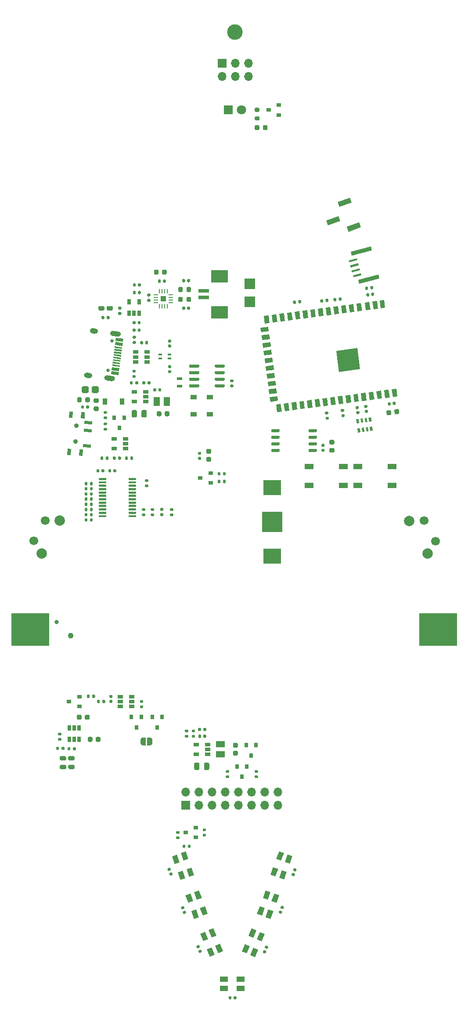
<source format=gbr>
%TF.GenerationSoftware,KiCad,Pcbnew,(5.1.10-1-10_14)*%
%TF.CreationDate,2021-08-27T15:48:04+02:00*%
%TF.ProjectId,OOO2021_Badge,4f4f4f32-3032-4315-9f42-616467652e6b,rev?*%
%TF.SameCoordinates,Original*%
%TF.FileFunction,Soldermask,Bot*%
%TF.FilePolarity,Negative*%
%FSLAX46Y46*%
G04 Gerber Fmt 4.6, Leading zero omitted, Abs format (unit mm)*
G04 Created by KiCad (PCBNEW (5.1.10-1-10_14)) date 2021-08-27 15:48:04*
%MOMM*%
%LPD*%
G01*
G04 APERTURE LIST*
%ADD10R,0.800000X0.400000*%
%ADD11R,3.200000X2.400000*%
%ADD12R,2.000000X0.700000*%
%ADD13C,1.100000*%
%ADD14C,0.800000*%
%ADD15R,7.340000X6.350000*%
%ADD16C,0.100000*%
%ADD17O,1.700000X1.700000*%
%ADD18R,1.700000X1.700000*%
%ADD19C,1.800000*%
%ADD20R,1.800000X1.800000*%
%ADD21R,2.000000X2.000000*%
%ADD22R,1.100000X1.100000*%
%ADD23R,0.840000X0.270000*%
%ADD24R,0.270000X0.840000*%
%ADD25C,3.000000*%
%ADD26R,3.500000X2.900000*%
%ADD27R,3.960000X3.960000*%
%ADD28R,1.100000X0.600000*%
%ADD29R,1.200000X0.900000*%
%ADD30C,0.650000*%
%ADD31R,0.900000X0.800000*%
%ADD32R,1.800000X1.200000*%
%ADD33R,1.060000X0.650000*%
%ADD34C,0.900000*%
%ADD35R,0.800000X0.900000*%
%ADD36R,0.900000X1.200000*%
%ADD37R,1.200000X1.800000*%
%ADD38R,1.700000X1.000000*%
%ADD39R,1.545000X0.997000*%
%ADD40C,2.000000*%
%ADD41C,1.700000*%
%ADD42R,0.650000X1.060000*%
G04 APERTURE END LIST*
D10*
%TO.C,L2*%
X80901000Y-114900000D03*
X80900000Y-114100000D03*
X79101000Y-114100000D03*
X79099000Y-114899000D03*
%TD*%
D11*
%TO.C,J4*%
X90544000Y-105961000D03*
X90545000Y-99039000D03*
D12*
X87455000Y-101868000D03*
X87455000Y-103118000D03*
%TD*%
D13*
%TO.C,U14*%
X61793503Y-168343503D03*
D14*
X59106497Y-165656497D03*
%TD*%
D15*
%TO.C,BT2*%
X54020000Y-167150000D03*
X132680000Y-167150000D03*
%TD*%
D16*
%TO.C,J7*%
G36*
X113453113Y-87416961D02*
G01*
X113795133Y-88356654D01*
X111436505Y-89215125D01*
X111094485Y-88275432D01*
X113453113Y-87416961D01*
G37*
G36*
X117432226Y-88671694D02*
G01*
X117774246Y-89611387D01*
X115415618Y-90469858D01*
X115073598Y-89530165D01*
X117432226Y-88671694D01*
G37*
G36*
X115694764Y-83898055D02*
G01*
X116036784Y-84837748D01*
X113678156Y-85696219D01*
X113336136Y-84756526D01*
X115694764Y-83898055D01*
G37*
%TD*%
D17*
%TO.C,J5*%
X96080000Y-60540000D03*
X96080000Y-58000000D03*
X93540000Y-60540000D03*
X93540000Y-58000000D03*
X91000000Y-60540000D03*
D18*
X91000000Y-58000000D03*
%TD*%
%TO.C,R47*%
G36*
G01*
X91890000Y-195240000D02*
X92260000Y-195240000D01*
G75*
G02*
X92395000Y-195375000I0J-135000D01*
G01*
X92395000Y-195645000D01*
G75*
G02*
X92260000Y-195780000I-135000J0D01*
G01*
X91890000Y-195780000D01*
G75*
G02*
X91755000Y-195645000I0J135000D01*
G01*
X91755000Y-195375000D01*
G75*
G02*
X91890000Y-195240000I135000J0D01*
G01*
G37*
G36*
G01*
X91890000Y-194220000D02*
X92260000Y-194220000D01*
G75*
G02*
X92395000Y-194355000I0J-135000D01*
G01*
X92395000Y-194625000D01*
G75*
G02*
X92260000Y-194760000I-135000J0D01*
G01*
X91890000Y-194760000D01*
G75*
G02*
X91755000Y-194625000I0J135000D01*
G01*
X91755000Y-194355000D01*
G75*
G02*
X91890000Y-194220000I135000J0D01*
G01*
G37*
%TD*%
%TO.C,R23*%
G36*
G01*
X84015000Y-187440000D02*
X84385000Y-187440000D01*
G75*
G02*
X84520000Y-187575000I0J-135000D01*
G01*
X84520000Y-187845000D01*
G75*
G02*
X84385000Y-187980000I-135000J0D01*
G01*
X84015000Y-187980000D01*
G75*
G02*
X83880000Y-187845000I0J135000D01*
G01*
X83880000Y-187575000D01*
G75*
G02*
X84015000Y-187440000I135000J0D01*
G01*
G37*
G36*
G01*
X84015000Y-186420000D02*
X84385000Y-186420000D01*
G75*
G02*
X84520000Y-186555000I0J-135000D01*
G01*
X84520000Y-186825000D01*
G75*
G02*
X84385000Y-186960000I-135000J0D01*
G01*
X84015000Y-186960000D01*
G75*
G02*
X83880000Y-186825000I0J135000D01*
G01*
X83880000Y-186555000D01*
G75*
G02*
X84015000Y-186420000I135000J0D01*
G01*
G37*
%TD*%
D16*
%TO.C,J6*%
G36*
X115456899Y-95984292D02*
G01*
X117002380Y-95570182D01*
X117105907Y-95956552D01*
X115560426Y-96370662D01*
X115456899Y-95984292D01*
G37*
G36*
X115715718Y-96950218D02*
G01*
X117261199Y-96536108D01*
X117364726Y-96922478D01*
X115819245Y-97336588D01*
X115715718Y-96950218D01*
G37*
G36*
X115974537Y-97916144D02*
G01*
X117520018Y-97502034D01*
X117623545Y-97888404D01*
X116078064Y-98302514D01*
X115974537Y-97916144D01*
G37*
G36*
X116233356Y-98882070D02*
G01*
X117778837Y-98467960D01*
X117882364Y-98854330D01*
X116336883Y-99268440D01*
X116233356Y-98882070D01*
G37*
G36*
X115838962Y-94326935D02*
G01*
X119702665Y-93291659D01*
X119909720Y-94064399D01*
X116046017Y-95099675D01*
X115838962Y-94326935D01*
G37*
G36*
X117288348Y-99736119D02*
G01*
X121152051Y-98700843D01*
X121359106Y-99473583D01*
X117495403Y-100508859D01*
X117288348Y-99736119D01*
G37*
%TD*%
D19*
%TO.C,D10*%
X94790000Y-67000000D03*
D20*
X92250000Y-67000000D03*
%TD*%
D21*
%TO.C,J3*%
X96400000Y-100500000D03*
%TD*%
%TO.C,J2*%
X96400000Y-104000000D03*
%TD*%
%TO.C,U3*%
G36*
G01*
X107700000Y-132755000D02*
X107700000Y-132455000D01*
G75*
G02*
X107850000Y-132305000I150000J0D01*
G01*
X109150000Y-132305000D01*
G75*
G02*
X109300000Y-132455000I0J-150000D01*
G01*
X109300000Y-132755000D01*
G75*
G02*
X109150000Y-132905000I-150000J0D01*
G01*
X107850000Y-132905000D01*
G75*
G02*
X107700000Y-132755000I0J150000D01*
G01*
G37*
G36*
G01*
X107700000Y-131485000D02*
X107700000Y-131185000D01*
G75*
G02*
X107850000Y-131035000I150000J0D01*
G01*
X109150000Y-131035000D01*
G75*
G02*
X109300000Y-131185000I0J-150000D01*
G01*
X109300000Y-131485000D01*
G75*
G02*
X109150000Y-131635000I-150000J0D01*
G01*
X107850000Y-131635000D01*
G75*
G02*
X107700000Y-131485000I0J150000D01*
G01*
G37*
G36*
G01*
X107700000Y-130215000D02*
X107700000Y-129915000D01*
G75*
G02*
X107850000Y-129765000I150000J0D01*
G01*
X109150000Y-129765000D01*
G75*
G02*
X109300000Y-129915000I0J-150000D01*
G01*
X109300000Y-130215000D01*
G75*
G02*
X109150000Y-130365000I-150000J0D01*
G01*
X107850000Y-130365000D01*
G75*
G02*
X107700000Y-130215000I0J150000D01*
G01*
G37*
G36*
G01*
X107700000Y-128945000D02*
X107700000Y-128645000D01*
G75*
G02*
X107850000Y-128495000I150000J0D01*
G01*
X109150000Y-128495000D01*
G75*
G02*
X109300000Y-128645000I0J-150000D01*
G01*
X109300000Y-128945000D01*
G75*
G02*
X109150000Y-129095000I-150000J0D01*
G01*
X107850000Y-129095000D01*
G75*
G02*
X107700000Y-128945000I0J150000D01*
G01*
G37*
G36*
G01*
X100500000Y-128945000D02*
X100500000Y-128645000D01*
G75*
G02*
X100650000Y-128495000I150000J0D01*
G01*
X101950000Y-128495000D01*
G75*
G02*
X102100000Y-128645000I0J-150000D01*
G01*
X102100000Y-128945000D01*
G75*
G02*
X101950000Y-129095000I-150000J0D01*
G01*
X100650000Y-129095000D01*
G75*
G02*
X100500000Y-128945000I0J150000D01*
G01*
G37*
G36*
G01*
X100500000Y-130215000D02*
X100500000Y-129915000D01*
G75*
G02*
X100650000Y-129765000I150000J0D01*
G01*
X101950000Y-129765000D01*
G75*
G02*
X102100000Y-129915000I0J-150000D01*
G01*
X102100000Y-130215000D01*
G75*
G02*
X101950000Y-130365000I-150000J0D01*
G01*
X100650000Y-130365000D01*
G75*
G02*
X100500000Y-130215000I0J150000D01*
G01*
G37*
G36*
G01*
X100500000Y-131485000D02*
X100500000Y-131185000D01*
G75*
G02*
X100650000Y-131035000I150000J0D01*
G01*
X101950000Y-131035000D01*
G75*
G02*
X102100000Y-131185000I0J-150000D01*
G01*
X102100000Y-131485000D01*
G75*
G02*
X101950000Y-131635000I-150000J0D01*
G01*
X100650000Y-131635000D01*
G75*
G02*
X100500000Y-131485000I0J150000D01*
G01*
G37*
G36*
G01*
X100500000Y-132755000D02*
X100500000Y-132455000D01*
G75*
G02*
X100650000Y-132305000I150000J0D01*
G01*
X101950000Y-132305000D01*
G75*
G02*
X102100000Y-132455000I0J-150000D01*
G01*
X102100000Y-132755000D01*
G75*
G02*
X101950000Y-132905000I-150000J0D01*
G01*
X100650000Y-132905000D01*
G75*
G02*
X100500000Y-132755000I0J150000D01*
G01*
G37*
%TD*%
D22*
%TO.C,U12*%
X79700000Y-103350000D03*
D23*
X81135000Y-104100000D03*
X81135000Y-103600000D03*
X81135000Y-103100000D03*
X81135000Y-102600000D03*
X78265000Y-102600000D03*
X78265000Y-103100000D03*
X78265000Y-103600000D03*
X78265000Y-104100000D03*
D24*
X78950000Y-104785000D03*
X79450000Y-104785000D03*
X79950000Y-104785000D03*
X80450000Y-104785000D03*
X80450000Y-101915000D03*
X79950000Y-101915000D03*
X79450000Y-101915000D03*
X78950000Y-101915000D03*
%TD*%
%TO.C,U13*%
G36*
G01*
X68725000Y-138025000D02*
X68725000Y-138225000D01*
G75*
G02*
X68625000Y-138325000I-100000J0D01*
G01*
X67350000Y-138325000D01*
G75*
G02*
X67250000Y-138225000I0J100000D01*
G01*
X67250000Y-138025000D01*
G75*
G02*
X67350000Y-137925000I100000J0D01*
G01*
X68625000Y-137925000D01*
G75*
G02*
X68725000Y-138025000I0J-100000D01*
G01*
G37*
G36*
G01*
X68725000Y-138675000D02*
X68725000Y-138875000D01*
G75*
G02*
X68625000Y-138975000I-100000J0D01*
G01*
X67350000Y-138975000D01*
G75*
G02*
X67250000Y-138875000I0J100000D01*
G01*
X67250000Y-138675000D01*
G75*
G02*
X67350000Y-138575000I100000J0D01*
G01*
X68625000Y-138575000D01*
G75*
G02*
X68725000Y-138675000I0J-100000D01*
G01*
G37*
G36*
G01*
X68725000Y-139325000D02*
X68725000Y-139525000D01*
G75*
G02*
X68625000Y-139625000I-100000J0D01*
G01*
X67350000Y-139625000D01*
G75*
G02*
X67250000Y-139525000I0J100000D01*
G01*
X67250000Y-139325000D01*
G75*
G02*
X67350000Y-139225000I100000J0D01*
G01*
X68625000Y-139225000D01*
G75*
G02*
X68725000Y-139325000I0J-100000D01*
G01*
G37*
G36*
G01*
X68725000Y-139975000D02*
X68725000Y-140175000D01*
G75*
G02*
X68625000Y-140275000I-100000J0D01*
G01*
X67350000Y-140275000D01*
G75*
G02*
X67250000Y-140175000I0J100000D01*
G01*
X67250000Y-139975000D01*
G75*
G02*
X67350000Y-139875000I100000J0D01*
G01*
X68625000Y-139875000D01*
G75*
G02*
X68725000Y-139975000I0J-100000D01*
G01*
G37*
G36*
G01*
X68725000Y-140625000D02*
X68725000Y-140825000D01*
G75*
G02*
X68625000Y-140925000I-100000J0D01*
G01*
X67350000Y-140925000D01*
G75*
G02*
X67250000Y-140825000I0J100000D01*
G01*
X67250000Y-140625000D01*
G75*
G02*
X67350000Y-140525000I100000J0D01*
G01*
X68625000Y-140525000D01*
G75*
G02*
X68725000Y-140625000I0J-100000D01*
G01*
G37*
G36*
G01*
X68725000Y-141275000D02*
X68725000Y-141475000D01*
G75*
G02*
X68625000Y-141575000I-100000J0D01*
G01*
X67350000Y-141575000D01*
G75*
G02*
X67250000Y-141475000I0J100000D01*
G01*
X67250000Y-141275000D01*
G75*
G02*
X67350000Y-141175000I100000J0D01*
G01*
X68625000Y-141175000D01*
G75*
G02*
X68725000Y-141275000I0J-100000D01*
G01*
G37*
G36*
G01*
X68725000Y-141925000D02*
X68725000Y-142125000D01*
G75*
G02*
X68625000Y-142225000I-100000J0D01*
G01*
X67350000Y-142225000D01*
G75*
G02*
X67250000Y-142125000I0J100000D01*
G01*
X67250000Y-141925000D01*
G75*
G02*
X67350000Y-141825000I100000J0D01*
G01*
X68625000Y-141825000D01*
G75*
G02*
X68725000Y-141925000I0J-100000D01*
G01*
G37*
G36*
G01*
X68725000Y-142575000D02*
X68725000Y-142775000D01*
G75*
G02*
X68625000Y-142875000I-100000J0D01*
G01*
X67350000Y-142875000D01*
G75*
G02*
X67250000Y-142775000I0J100000D01*
G01*
X67250000Y-142575000D01*
G75*
G02*
X67350000Y-142475000I100000J0D01*
G01*
X68625000Y-142475000D01*
G75*
G02*
X68725000Y-142575000I0J-100000D01*
G01*
G37*
G36*
G01*
X68725000Y-143225000D02*
X68725000Y-143425000D01*
G75*
G02*
X68625000Y-143525000I-100000J0D01*
G01*
X67350000Y-143525000D01*
G75*
G02*
X67250000Y-143425000I0J100000D01*
G01*
X67250000Y-143225000D01*
G75*
G02*
X67350000Y-143125000I100000J0D01*
G01*
X68625000Y-143125000D01*
G75*
G02*
X68725000Y-143225000I0J-100000D01*
G01*
G37*
G36*
G01*
X68725000Y-143875000D02*
X68725000Y-144075000D01*
G75*
G02*
X68625000Y-144175000I-100000J0D01*
G01*
X67350000Y-144175000D01*
G75*
G02*
X67250000Y-144075000I0J100000D01*
G01*
X67250000Y-143875000D01*
G75*
G02*
X67350000Y-143775000I100000J0D01*
G01*
X68625000Y-143775000D01*
G75*
G02*
X68725000Y-143875000I0J-100000D01*
G01*
G37*
G36*
G01*
X68725000Y-144525000D02*
X68725000Y-144725000D01*
G75*
G02*
X68625000Y-144825000I-100000J0D01*
G01*
X67350000Y-144825000D01*
G75*
G02*
X67250000Y-144725000I0J100000D01*
G01*
X67250000Y-144525000D01*
G75*
G02*
X67350000Y-144425000I100000J0D01*
G01*
X68625000Y-144425000D01*
G75*
G02*
X68725000Y-144525000I0J-100000D01*
G01*
G37*
G36*
G01*
X68725000Y-145175000D02*
X68725000Y-145375000D01*
G75*
G02*
X68625000Y-145475000I-100000J0D01*
G01*
X67350000Y-145475000D01*
G75*
G02*
X67250000Y-145375000I0J100000D01*
G01*
X67250000Y-145175000D01*
G75*
G02*
X67350000Y-145075000I100000J0D01*
G01*
X68625000Y-145075000D01*
G75*
G02*
X68725000Y-145175000I0J-100000D01*
G01*
G37*
G36*
G01*
X74450000Y-145175000D02*
X74450000Y-145375000D01*
G75*
G02*
X74350000Y-145475000I-100000J0D01*
G01*
X73075000Y-145475000D01*
G75*
G02*
X72975000Y-145375000I0J100000D01*
G01*
X72975000Y-145175000D01*
G75*
G02*
X73075000Y-145075000I100000J0D01*
G01*
X74350000Y-145075000D01*
G75*
G02*
X74450000Y-145175000I0J-100000D01*
G01*
G37*
G36*
G01*
X74450000Y-144525000D02*
X74450000Y-144725000D01*
G75*
G02*
X74350000Y-144825000I-100000J0D01*
G01*
X73075000Y-144825000D01*
G75*
G02*
X72975000Y-144725000I0J100000D01*
G01*
X72975000Y-144525000D01*
G75*
G02*
X73075000Y-144425000I100000J0D01*
G01*
X74350000Y-144425000D01*
G75*
G02*
X74450000Y-144525000I0J-100000D01*
G01*
G37*
G36*
G01*
X74450000Y-143875000D02*
X74450000Y-144075000D01*
G75*
G02*
X74350000Y-144175000I-100000J0D01*
G01*
X73075000Y-144175000D01*
G75*
G02*
X72975000Y-144075000I0J100000D01*
G01*
X72975000Y-143875000D01*
G75*
G02*
X73075000Y-143775000I100000J0D01*
G01*
X74350000Y-143775000D01*
G75*
G02*
X74450000Y-143875000I0J-100000D01*
G01*
G37*
G36*
G01*
X74450000Y-143225000D02*
X74450000Y-143425000D01*
G75*
G02*
X74350000Y-143525000I-100000J0D01*
G01*
X73075000Y-143525000D01*
G75*
G02*
X72975000Y-143425000I0J100000D01*
G01*
X72975000Y-143225000D01*
G75*
G02*
X73075000Y-143125000I100000J0D01*
G01*
X74350000Y-143125000D01*
G75*
G02*
X74450000Y-143225000I0J-100000D01*
G01*
G37*
G36*
G01*
X74450000Y-142575000D02*
X74450000Y-142775000D01*
G75*
G02*
X74350000Y-142875000I-100000J0D01*
G01*
X73075000Y-142875000D01*
G75*
G02*
X72975000Y-142775000I0J100000D01*
G01*
X72975000Y-142575000D01*
G75*
G02*
X73075000Y-142475000I100000J0D01*
G01*
X74350000Y-142475000D01*
G75*
G02*
X74450000Y-142575000I0J-100000D01*
G01*
G37*
G36*
G01*
X74450000Y-141925000D02*
X74450000Y-142125000D01*
G75*
G02*
X74350000Y-142225000I-100000J0D01*
G01*
X73075000Y-142225000D01*
G75*
G02*
X72975000Y-142125000I0J100000D01*
G01*
X72975000Y-141925000D01*
G75*
G02*
X73075000Y-141825000I100000J0D01*
G01*
X74350000Y-141825000D01*
G75*
G02*
X74450000Y-141925000I0J-100000D01*
G01*
G37*
G36*
G01*
X74450000Y-141275000D02*
X74450000Y-141475000D01*
G75*
G02*
X74350000Y-141575000I-100000J0D01*
G01*
X73075000Y-141575000D01*
G75*
G02*
X72975000Y-141475000I0J100000D01*
G01*
X72975000Y-141275000D01*
G75*
G02*
X73075000Y-141175000I100000J0D01*
G01*
X74350000Y-141175000D01*
G75*
G02*
X74450000Y-141275000I0J-100000D01*
G01*
G37*
G36*
G01*
X74450000Y-140625000D02*
X74450000Y-140825000D01*
G75*
G02*
X74350000Y-140925000I-100000J0D01*
G01*
X73075000Y-140925000D01*
G75*
G02*
X72975000Y-140825000I0J100000D01*
G01*
X72975000Y-140625000D01*
G75*
G02*
X73075000Y-140525000I100000J0D01*
G01*
X74350000Y-140525000D01*
G75*
G02*
X74450000Y-140625000I0J-100000D01*
G01*
G37*
G36*
G01*
X74450000Y-139975000D02*
X74450000Y-140175000D01*
G75*
G02*
X74350000Y-140275000I-100000J0D01*
G01*
X73075000Y-140275000D01*
G75*
G02*
X72975000Y-140175000I0J100000D01*
G01*
X72975000Y-139975000D01*
G75*
G02*
X73075000Y-139875000I100000J0D01*
G01*
X74350000Y-139875000D01*
G75*
G02*
X74450000Y-139975000I0J-100000D01*
G01*
G37*
G36*
G01*
X74450000Y-139325000D02*
X74450000Y-139525000D01*
G75*
G02*
X74350000Y-139625000I-100000J0D01*
G01*
X73075000Y-139625000D01*
G75*
G02*
X72975000Y-139525000I0J100000D01*
G01*
X72975000Y-139325000D01*
G75*
G02*
X73075000Y-139225000I100000J0D01*
G01*
X74350000Y-139225000D01*
G75*
G02*
X74450000Y-139325000I0J-100000D01*
G01*
G37*
G36*
G01*
X74450000Y-138675000D02*
X74450000Y-138875000D01*
G75*
G02*
X74350000Y-138975000I-100000J0D01*
G01*
X73075000Y-138975000D01*
G75*
G02*
X72975000Y-138875000I0J100000D01*
G01*
X72975000Y-138675000D01*
G75*
G02*
X73075000Y-138575000I100000J0D01*
G01*
X74350000Y-138575000D01*
G75*
G02*
X74450000Y-138675000I0J-100000D01*
G01*
G37*
G36*
G01*
X74450000Y-138025000D02*
X74450000Y-138225000D01*
G75*
G02*
X74350000Y-138325000I-100000J0D01*
G01*
X73075000Y-138325000D01*
G75*
G02*
X72975000Y-138225000I0J100000D01*
G01*
X72975000Y-138025000D01*
G75*
G02*
X73075000Y-137925000I100000J0D01*
G01*
X74350000Y-137925000D01*
G75*
G02*
X74450000Y-138025000I0J-100000D01*
G01*
G37*
%TD*%
%TO.C,R35*%
G36*
G01*
X114452091Y-125137906D02*
X114085257Y-125186200D01*
G75*
G02*
X113933791Y-125069976I-17621J133845D01*
G01*
X113898549Y-124802286D01*
G75*
G02*
X114014773Y-124650820I133845J17621D01*
G01*
X114381607Y-124602526D01*
G75*
G02*
X114533073Y-124718750I17621J-133845D01*
G01*
X114568315Y-124986440D01*
G75*
G02*
X114452091Y-125137906I-133845J-17621D01*
G01*
G37*
G36*
G01*
X114585227Y-126149180D02*
X114218393Y-126197474D01*
G75*
G02*
X114066927Y-126081250I-17621J133845D01*
G01*
X114031685Y-125813560D01*
G75*
G02*
X114147909Y-125662094I133845J17621D01*
G01*
X114514743Y-125613800D01*
G75*
G02*
X114666209Y-125730024I17621J-133845D01*
G01*
X114701451Y-125997714D01*
G75*
G02*
X114585227Y-126149180I-133845J-17621D01*
G01*
G37*
%TD*%
%TO.C,R33*%
G36*
G01*
X76315000Y-139180000D02*
X76685000Y-139180000D01*
G75*
G02*
X76820000Y-139315000I0J-135000D01*
G01*
X76820000Y-139585000D01*
G75*
G02*
X76685000Y-139720000I-135000J0D01*
G01*
X76315000Y-139720000D01*
G75*
G02*
X76180000Y-139585000I0J135000D01*
G01*
X76180000Y-139315000D01*
G75*
G02*
X76315000Y-139180000I135000J0D01*
G01*
G37*
G36*
G01*
X76315000Y-138160000D02*
X76685000Y-138160000D01*
G75*
G02*
X76820000Y-138295000I0J-135000D01*
G01*
X76820000Y-138565000D01*
G75*
G02*
X76685000Y-138700000I-135000J0D01*
G01*
X76315000Y-138700000D01*
G75*
G02*
X76180000Y-138565000I0J135000D01*
G01*
X76180000Y-138295000D01*
G75*
G02*
X76315000Y-138160000I135000J0D01*
G01*
G37*
%TD*%
%TO.C,R32*%
G36*
G01*
X90710000Y-138415000D02*
X90710000Y-138785000D01*
G75*
G02*
X90575000Y-138920000I-135000J0D01*
G01*
X90305000Y-138920000D01*
G75*
G02*
X90170000Y-138785000I0J135000D01*
G01*
X90170000Y-138415000D01*
G75*
G02*
X90305000Y-138280000I135000J0D01*
G01*
X90575000Y-138280000D01*
G75*
G02*
X90710000Y-138415000I0J-135000D01*
G01*
G37*
G36*
G01*
X91730000Y-138415000D02*
X91730000Y-138785000D01*
G75*
G02*
X91595000Y-138920000I-135000J0D01*
G01*
X91325000Y-138920000D01*
G75*
G02*
X91190000Y-138785000I0J135000D01*
G01*
X91190000Y-138415000D01*
G75*
G02*
X91325000Y-138280000I135000J0D01*
G01*
X91595000Y-138280000D01*
G75*
G02*
X91730000Y-138415000I0J-135000D01*
G01*
G37*
%TD*%
%TO.C,R30*%
G36*
G01*
X76715000Y-103415000D02*
X77085000Y-103415000D01*
G75*
G02*
X77220000Y-103550000I0J-135000D01*
G01*
X77220000Y-103820000D01*
G75*
G02*
X77085000Y-103955000I-135000J0D01*
G01*
X76715000Y-103955000D01*
G75*
G02*
X76580000Y-103820000I0J135000D01*
G01*
X76580000Y-103550000D01*
G75*
G02*
X76715000Y-103415000I135000J0D01*
G01*
G37*
G36*
G01*
X76715000Y-102395000D02*
X77085000Y-102395000D01*
G75*
G02*
X77220000Y-102530000I0J-135000D01*
G01*
X77220000Y-102800000D01*
G75*
G02*
X77085000Y-102935000I-135000J0D01*
G01*
X76715000Y-102935000D01*
G75*
G02*
X76580000Y-102800000I0J135000D01*
G01*
X76580000Y-102530000D01*
G75*
G02*
X76715000Y-102395000I135000J0D01*
G01*
G37*
%TD*%
%TO.C,R22*%
G36*
G01*
X68790000Y-107185000D02*
X68790000Y-106815000D01*
G75*
G02*
X68925000Y-106680000I135000J0D01*
G01*
X69195000Y-106680000D01*
G75*
G02*
X69330000Y-106815000I0J-135000D01*
G01*
X69330000Y-107185000D01*
G75*
G02*
X69195000Y-107320000I-135000J0D01*
G01*
X68925000Y-107320000D01*
G75*
G02*
X68790000Y-107185000I0J135000D01*
G01*
G37*
G36*
G01*
X67770000Y-107185000D02*
X67770000Y-106815000D01*
G75*
G02*
X67905000Y-106680000I135000J0D01*
G01*
X68175000Y-106680000D01*
G75*
G02*
X68310000Y-106815000I0J-135000D01*
G01*
X68310000Y-107185000D01*
G75*
G02*
X68175000Y-107320000I-135000J0D01*
G01*
X67905000Y-107320000D01*
G75*
G02*
X67770000Y-107185000I0J135000D01*
G01*
G37*
%TD*%
%TO.C,FB2*%
G36*
G01*
X83450000Y-103243750D02*
X83450000Y-103756250D01*
G75*
G02*
X83231250Y-103975000I-218750J0D01*
G01*
X82793750Y-103975000D01*
G75*
G02*
X82575000Y-103756250I0J218750D01*
G01*
X82575000Y-103243750D01*
G75*
G02*
X82793750Y-103025000I218750J0D01*
G01*
X83231250Y-103025000D01*
G75*
G02*
X83450000Y-103243750I0J-218750D01*
G01*
G37*
G36*
G01*
X85025000Y-103243750D02*
X85025000Y-103756250D01*
G75*
G02*
X84806250Y-103975000I-218750J0D01*
G01*
X84368750Y-103975000D01*
G75*
G02*
X84150000Y-103756250I0J218750D01*
G01*
X84150000Y-103243750D01*
G75*
G02*
X84368750Y-103025000I218750J0D01*
G01*
X84806250Y-103025000D01*
G75*
G02*
X85025000Y-103243750I0J-218750D01*
G01*
G37*
%TD*%
%TO.C,FB1*%
G36*
G01*
X83450000Y-101343750D02*
X83450000Y-101856250D01*
G75*
G02*
X83231250Y-102075000I-218750J0D01*
G01*
X82793750Y-102075000D01*
G75*
G02*
X82575000Y-101856250I0J218750D01*
G01*
X82575000Y-101343750D01*
G75*
G02*
X82793750Y-101125000I218750J0D01*
G01*
X83231250Y-101125000D01*
G75*
G02*
X83450000Y-101343750I0J-218750D01*
G01*
G37*
G36*
G01*
X85025000Y-101343750D02*
X85025000Y-101856250D01*
G75*
G02*
X84806250Y-102075000I-218750J0D01*
G01*
X84368750Y-102075000D01*
G75*
G02*
X84150000Y-101856250I0J218750D01*
G01*
X84150000Y-101343750D01*
G75*
G02*
X84368750Y-101125000I218750J0D01*
G01*
X84806250Y-101125000D01*
G75*
G02*
X85025000Y-101343750I0J-218750D01*
G01*
G37*
%TD*%
%TO.C,D14*%
G36*
G01*
X68750000Y-105412500D02*
X68750000Y-104987500D01*
G75*
G02*
X68962500Y-104775000I212500J0D01*
G01*
X69762500Y-104775000D01*
G75*
G02*
X69975000Y-104987500I0J-212500D01*
G01*
X69975000Y-105412500D01*
G75*
G02*
X69762500Y-105625000I-212500J0D01*
G01*
X68962500Y-105625000D01*
G75*
G02*
X68750000Y-105412500I0J212500D01*
G01*
G37*
G36*
G01*
X67125000Y-105412500D02*
X67125000Y-104987500D01*
G75*
G02*
X67337500Y-104775000I212500J0D01*
G01*
X68137500Y-104775000D01*
G75*
G02*
X68350000Y-104987500I0J-212500D01*
G01*
X68350000Y-105412500D01*
G75*
G02*
X68137500Y-105625000I-212500J0D01*
G01*
X67337500Y-105625000D01*
G75*
G02*
X67125000Y-105412500I0J212500D01*
G01*
G37*
%TD*%
%TO.C,C38*%
G36*
G01*
X83900000Y-99730000D02*
X83900000Y-100070000D01*
G75*
G02*
X83760000Y-100210000I-140000J0D01*
G01*
X83480000Y-100210000D01*
G75*
G02*
X83340000Y-100070000I0J140000D01*
G01*
X83340000Y-99730000D01*
G75*
G02*
X83480000Y-99590000I140000J0D01*
G01*
X83760000Y-99590000D01*
G75*
G02*
X83900000Y-99730000I0J-140000D01*
G01*
G37*
G36*
G01*
X84860000Y-99730000D02*
X84860000Y-100070000D01*
G75*
G02*
X84720000Y-100210000I-140000J0D01*
G01*
X84440000Y-100210000D01*
G75*
G02*
X84300000Y-100070000I0J140000D01*
G01*
X84300000Y-99730000D01*
G75*
G02*
X84440000Y-99590000I140000J0D01*
G01*
X84720000Y-99590000D01*
G75*
G02*
X84860000Y-99730000I0J-140000D01*
G01*
G37*
%TD*%
%TO.C,C37*%
G36*
G01*
X83900000Y-105030000D02*
X83900000Y-105370000D01*
G75*
G02*
X83760000Y-105510000I-140000J0D01*
G01*
X83480000Y-105510000D01*
G75*
G02*
X83340000Y-105370000I0J140000D01*
G01*
X83340000Y-105030000D01*
G75*
G02*
X83480000Y-104890000I140000J0D01*
G01*
X83760000Y-104890000D01*
G75*
G02*
X83900000Y-105030000I0J-140000D01*
G01*
G37*
G36*
G01*
X84860000Y-105030000D02*
X84860000Y-105370000D01*
G75*
G02*
X84720000Y-105510000I-140000J0D01*
G01*
X84440000Y-105510000D01*
G75*
G02*
X84300000Y-105370000I0J140000D01*
G01*
X84300000Y-105030000D01*
G75*
G02*
X84440000Y-104890000I140000J0D01*
G01*
X84720000Y-104890000D01*
G75*
G02*
X84860000Y-105030000I0J-140000D01*
G01*
G37*
%TD*%
%TO.C,C36*%
G36*
G01*
X79225000Y-99830000D02*
X79225000Y-100170000D01*
G75*
G02*
X79085000Y-100310000I-140000J0D01*
G01*
X78805000Y-100310000D01*
G75*
G02*
X78665000Y-100170000I0J140000D01*
G01*
X78665000Y-99830000D01*
G75*
G02*
X78805000Y-99690000I140000J0D01*
G01*
X79085000Y-99690000D01*
G75*
G02*
X79225000Y-99830000I0J-140000D01*
G01*
G37*
G36*
G01*
X80185000Y-99830000D02*
X80185000Y-100170000D01*
G75*
G02*
X80045000Y-100310000I-140000J0D01*
G01*
X79765000Y-100310000D01*
G75*
G02*
X79625000Y-100170000I0J140000D01*
G01*
X79625000Y-99830000D01*
G75*
G02*
X79765000Y-99690000I140000J0D01*
G01*
X80045000Y-99690000D01*
G75*
G02*
X80185000Y-99830000I0J-140000D01*
G01*
G37*
%TD*%
%TO.C,C35*%
G36*
G01*
X79450000Y-98500000D02*
X79450000Y-98000000D01*
G75*
G02*
X79675000Y-97775000I225000J0D01*
G01*
X80125000Y-97775000D01*
G75*
G02*
X80350000Y-98000000I0J-225000D01*
G01*
X80350000Y-98500000D01*
G75*
G02*
X80125000Y-98725000I-225000J0D01*
G01*
X79675000Y-98725000D01*
G75*
G02*
X79450000Y-98500000I0J225000D01*
G01*
G37*
G36*
G01*
X77900000Y-98500000D02*
X77900000Y-98000000D01*
G75*
G02*
X78125000Y-97775000I225000J0D01*
G01*
X78575000Y-97775000D01*
G75*
G02*
X78800000Y-98000000I0J-225000D01*
G01*
X78800000Y-98500000D01*
G75*
G02*
X78575000Y-98725000I-225000J0D01*
G01*
X78125000Y-98725000D01*
G75*
G02*
X77900000Y-98500000I0J225000D01*
G01*
G37*
%TD*%
%TO.C,R11*%
G36*
G01*
X111012094Y-103902091D02*
X110963800Y-103535257D01*
G75*
G02*
X111080024Y-103383791I133845J17621D01*
G01*
X111347714Y-103348549D01*
G75*
G02*
X111499180Y-103464773I17621J-133845D01*
G01*
X111547474Y-103831607D01*
G75*
G02*
X111431250Y-103983073I-133845J-17621D01*
G01*
X111163560Y-104018315D01*
G75*
G02*
X111012094Y-103902091I-17621J133845D01*
G01*
G37*
G36*
G01*
X110000820Y-104035227D02*
X109952526Y-103668393D01*
G75*
G02*
X110068750Y-103516927I133845J17621D01*
G01*
X110336440Y-103481685D01*
G75*
G02*
X110487906Y-103597909I17621J-133845D01*
G01*
X110536200Y-103964743D01*
G75*
G02*
X110419976Y-104116209I-133845J-17621D01*
G01*
X110152286Y-104151451D01*
G75*
G02*
X110000820Y-104035227I-17621J133845D01*
G01*
G37*
%TD*%
%TO.C,R9*%
G36*
G01*
X119137906Y-101147909D02*
X119186200Y-101514743D01*
G75*
G02*
X119069976Y-101666209I-133845J-17621D01*
G01*
X118802286Y-101701451D01*
G75*
G02*
X118650820Y-101585227I-17621J133845D01*
G01*
X118602526Y-101218393D01*
G75*
G02*
X118718750Y-101066927I133845J17621D01*
G01*
X118986440Y-101031685D01*
G75*
G02*
X119137906Y-101147909I17621J-133845D01*
G01*
G37*
G36*
G01*
X120149180Y-101014773D02*
X120197474Y-101381607D01*
G75*
G02*
X120081250Y-101533073I-133845J-17621D01*
G01*
X119813560Y-101568315D01*
G75*
G02*
X119662094Y-101452091I-17621J133845D01*
G01*
X119613800Y-101085257D01*
G75*
G02*
X119730024Y-100933791I133845J17621D01*
G01*
X119997714Y-100898549D01*
G75*
G02*
X120149180Y-101014773I17621J-133845D01*
G01*
G37*
%TD*%
D25*
%TO.C,H1*%
X93500000Y-52000000D03*
%TD*%
%TO.C,R8*%
G36*
G01*
X105762094Y-104152091D02*
X105713800Y-103785257D01*
G75*
G02*
X105830024Y-103633791I133845J17621D01*
G01*
X106097714Y-103598549D01*
G75*
G02*
X106249180Y-103714773I17621J-133845D01*
G01*
X106297474Y-104081607D01*
G75*
G02*
X106181250Y-104233073I-133845J-17621D01*
G01*
X105913560Y-104268315D01*
G75*
G02*
X105762094Y-104152091I-17621J133845D01*
G01*
G37*
G36*
G01*
X104750820Y-104285227D02*
X104702526Y-103918393D01*
G75*
G02*
X104818750Y-103766927I133845J17621D01*
G01*
X105086440Y-103731685D01*
G75*
G02*
X105237906Y-103847909I17621J-133845D01*
G01*
X105286200Y-104214743D01*
G75*
G02*
X105169976Y-104366209I-133845J-17621D01*
G01*
X104902286Y-104401451D01*
G75*
G02*
X104750820Y-104285227I-17621J133845D01*
G01*
G37*
%TD*%
%TO.C,R6*%
G36*
G01*
X111097909Y-126162094D02*
X111464743Y-126113800D01*
G75*
G02*
X111616209Y-126230024I17621J-133845D01*
G01*
X111651451Y-126497714D01*
G75*
G02*
X111535227Y-126649180I-133845J-17621D01*
G01*
X111168393Y-126697474D01*
G75*
G02*
X111016927Y-126581250I-17621J133845D01*
G01*
X110981685Y-126313560D01*
G75*
G02*
X111097909Y-126162094I133845J17621D01*
G01*
G37*
G36*
G01*
X110964773Y-125150820D02*
X111331607Y-125102526D01*
G75*
G02*
X111483073Y-125218750I17621J-133845D01*
G01*
X111518315Y-125486440D01*
G75*
G02*
X111402091Y-125637906I-133845J-17621D01*
G01*
X111035257Y-125686200D01*
G75*
G02*
X110883791Y-125569976I-17621J133845D01*
G01*
X110848549Y-125302286D01*
G75*
G02*
X110964773Y-125150820I133845J17621D01*
G01*
G37*
%TD*%
%TO.C,C14*%
G36*
G01*
X98875000Y-70650000D02*
X98875000Y-70150000D01*
G75*
G02*
X99100000Y-69925000I225000J0D01*
G01*
X99550000Y-69925000D01*
G75*
G02*
X99775000Y-70150000I0J-225000D01*
G01*
X99775000Y-70650000D01*
G75*
G02*
X99550000Y-70875000I-225000J0D01*
G01*
X99100000Y-70875000D01*
G75*
G02*
X98875000Y-70650000I0J225000D01*
G01*
G37*
G36*
G01*
X97325000Y-70650000D02*
X97325000Y-70150000D01*
G75*
G02*
X97550000Y-69925000I225000J0D01*
G01*
X98000000Y-69925000D01*
G75*
G02*
X98225000Y-70150000I0J-225000D01*
G01*
X98225000Y-70650000D01*
G75*
G02*
X98000000Y-70875000I-225000J0D01*
G01*
X97550000Y-70875000D01*
G75*
G02*
X97325000Y-70650000I0J225000D01*
G01*
G37*
%TD*%
D26*
%TO.C,BT1*%
X100700000Y-139800000D03*
D27*
X100700000Y-146400000D03*
D26*
X100700000Y-153000000D03*
%TD*%
D28*
%TO.C,Y1*%
X82850000Y-118800000D03*
X82850000Y-120200000D03*
%TD*%
%TO.C,U1*%
G36*
G01*
X89600000Y-120305000D02*
X89600000Y-120005000D01*
G75*
G02*
X89750000Y-119855000I150000J0D01*
G01*
X91400000Y-119855000D01*
G75*
G02*
X91550000Y-120005000I0J-150000D01*
G01*
X91550000Y-120305000D01*
G75*
G02*
X91400000Y-120455000I-150000J0D01*
G01*
X89750000Y-120455000D01*
G75*
G02*
X89600000Y-120305000I0J150000D01*
G01*
G37*
G36*
G01*
X89600000Y-119035000D02*
X89600000Y-118735000D01*
G75*
G02*
X89750000Y-118585000I150000J0D01*
G01*
X91400000Y-118585000D01*
G75*
G02*
X91550000Y-118735000I0J-150000D01*
G01*
X91550000Y-119035000D01*
G75*
G02*
X91400000Y-119185000I-150000J0D01*
G01*
X89750000Y-119185000D01*
G75*
G02*
X89600000Y-119035000I0J150000D01*
G01*
G37*
G36*
G01*
X89600000Y-117765000D02*
X89600000Y-117465000D01*
G75*
G02*
X89750000Y-117315000I150000J0D01*
G01*
X91400000Y-117315000D01*
G75*
G02*
X91550000Y-117465000I0J-150000D01*
G01*
X91550000Y-117765000D01*
G75*
G02*
X91400000Y-117915000I-150000J0D01*
G01*
X89750000Y-117915000D01*
G75*
G02*
X89600000Y-117765000I0J150000D01*
G01*
G37*
G36*
G01*
X89600000Y-116495000D02*
X89600000Y-116195000D01*
G75*
G02*
X89750000Y-116045000I150000J0D01*
G01*
X91400000Y-116045000D01*
G75*
G02*
X91550000Y-116195000I0J-150000D01*
G01*
X91550000Y-116495000D01*
G75*
G02*
X91400000Y-116645000I-150000J0D01*
G01*
X89750000Y-116645000D01*
G75*
G02*
X89600000Y-116495000I0J150000D01*
G01*
G37*
G36*
G01*
X84650000Y-116495000D02*
X84650000Y-116195000D01*
G75*
G02*
X84800000Y-116045000I150000J0D01*
G01*
X86450000Y-116045000D01*
G75*
G02*
X86600000Y-116195000I0J-150000D01*
G01*
X86600000Y-116495000D01*
G75*
G02*
X86450000Y-116645000I-150000J0D01*
G01*
X84800000Y-116645000D01*
G75*
G02*
X84650000Y-116495000I0J150000D01*
G01*
G37*
G36*
G01*
X84650000Y-117765000D02*
X84650000Y-117465000D01*
G75*
G02*
X84800000Y-117315000I150000J0D01*
G01*
X86450000Y-117315000D01*
G75*
G02*
X86600000Y-117465000I0J-150000D01*
G01*
X86600000Y-117765000D01*
G75*
G02*
X86450000Y-117915000I-150000J0D01*
G01*
X84800000Y-117915000D01*
G75*
G02*
X84650000Y-117765000I0J150000D01*
G01*
G37*
G36*
G01*
X84650000Y-119035000D02*
X84650000Y-118735000D01*
G75*
G02*
X84800000Y-118585000I150000J0D01*
G01*
X86450000Y-118585000D01*
G75*
G02*
X86600000Y-118735000I0J-150000D01*
G01*
X86600000Y-119035000D01*
G75*
G02*
X86450000Y-119185000I-150000J0D01*
G01*
X84800000Y-119185000D01*
G75*
G02*
X84650000Y-119035000I0J150000D01*
G01*
G37*
G36*
G01*
X84650000Y-120305000D02*
X84650000Y-120005000D01*
G75*
G02*
X84800000Y-119855000I150000J0D01*
G01*
X86450000Y-119855000D01*
G75*
G02*
X86600000Y-120005000I0J-150000D01*
G01*
X86600000Y-120305000D01*
G75*
G02*
X86450000Y-120455000I-150000J0D01*
G01*
X84800000Y-120455000D01*
G75*
G02*
X84650000Y-120305000I0J150000D01*
G01*
G37*
%TD*%
D29*
%TO.C,D2*%
X85550000Y-125600000D03*
X85550000Y-122300000D03*
%TD*%
%TO.C,D1*%
X88650000Y-125600000D03*
X88650000Y-122300000D03*
%TD*%
%TO.C,C1*%
G36*
G01*
X93070000Y-119500000D02*
X92730000Y-119500000D01*
G75*
G02*
X92590000Y-119360000I0J140000D01*
G01*
X92590000Y-119080000D01*
G75*
G02*
X92730000Y-118940000I140000J0D01*
G01*
X93070000Y-118940000D01*
G75*
G02*
X93210000Y-119080000I0J-140000D01*
G01*
X93210000Y-119360000D01*
G75*
G02*
X93070000Y-119500000I-140000J0D01*
G01*
G37*
G36*
G01*
X93070000Y-120460000D02*
X92730000Y-120460000D01*
G75*
G02*
X92590000Y-120320000I0J140000D01*
G01*
X92590000Y-120040000D01*
G75*
G02*
X92730000Y-119900000I140000J0D01*
G01*
X93070000Y-119900000D01*
G75*
G02*
X93210000Y-120040000I0J-140000D01*
G01*
X93210000Y-120320000D01*
G75*
G02*
X93070000Y-120460000I-140000J0D01*
G01*
G37*
%TD*%
%TO.C,J1*%
G36*
G01*
X66555026Y-110114786D02*
X65960160Y-110036470D01*
G75*
G02*
X65529701Y-109475485I65263J495722D01*
G01*
X65529701Y-109475485D01*
G75*
G02*
X66090686Y-109045026I495722J-65263D01*
G01*
X66685552Y-109123342D01*
G75*
G02*
X67116011Y-109684327I-65263J-495722D01*
G01*
X67116011Y-109684327D01*
G75*
G02*
X66555026Y-110114786I-495722J65263D01*
G01*
G37*
D30*
X69754977Y-111474092D03*
G36*
G01*
X65427280Y-118680869D02*
X64832414Y-118602553D01*
G75*
G02*
X64401955Y-118041568I65263J495722D01*
G01*
X64401955Y-118041568D01*
G75*
G02*
X64962940Y-117611109I495722J-65263D01*
G01*
X65557806Y-117689425D01*
G75*
G02*
X65988265Y-118250410I-65263J-495722D01*
G01*
X65988265Y-118250410D01*
G75*
G02*
X65427280Y-118680869I-495722J65263D01*
G01*
G37*
X69000536Y-117204644D03*
G36*
G01*
X69819381Y-119259100D02*
X68728791Y-119115522D01*
G75*
G02*
X68298332Y-118554537I65263J495722D01*
G01*
X68298332Y-118554537D01*
G75*
G02*
X68859317Y-118124078I495722J-65263D01*
G01*
X69949907Y-118267656D01*
G75*
G02*
X70380366Y-118828641I-65263J-495722D01*
G01*
X70380366Y-118828641D01*
G75*
G02*
X69819381Y-119259100I-495722J65263D01*
G01*
G37*
G36*
G01*
X70947128Y-110693016D02*
X69856538Y-110549438D01*
G75*
G02*
X69426079Y-109988453I65263J495722D01*
G01*
X69426079Y-109988453D01*
G75*
G02*
X69987064Y-109557994I495722J-65263D01*
G01*
X71077654Y-109701572D01*
G75*
G02*
X71508113Y-110262557I-65263J-495722D01*
G01*
X71508113Y-110262557D01*
G75*
G02*
X70947128Y-110693016I-495722J65263D01*
G01*
G37*
D16*
G36*
X71476982Y-115019188D02*
G01*
X70039387Y-114829925D01*
X70078544Y-114532492D01*
X71516139Y-114721755D01*
X71476982Y-115019188D01*
G37*
G36*
X71738034Y-113036298D02*
G01*
X70300439Y-112847035D01*
X70339596Y-112549602D01*
X71777191Y-112738865D01*
X71738034Y-113036298D01*
G37*
G36*
X71672771Y-113532020D02*
G01*
X70235176Y-113342757D01*
X70274333Y-113045324D01*
X71711928Y-113234587D01*
X71672771Y-113532020D01*
G37*
G36*
X71607508Y-114027743D02*
G01*
X70169913Y-113838480D01*
X70209070Y-113541047D01*
X71646665Y-113730310D01*
X71607508Y-114027743D01*
G37*
G36*
X71542245Y-114523465D02*
G01*
X70104650Y-114334202D01*
X70143807Y-114036769D01*
X71581402Y-114226032D01*
X71542245Y-114523465D01*
G37*
G36*
X71411719Y-115514910D02*
G01*
X69974124Y-115325647D01*
X70013281Y-115028214D01*
X71450876Y-115217477D01*
X71411719Y-115514910D01*
G37*
G36*
X71346456Y-116010633D02*
G01*
X69908861Y-115821370D01*
X69948018Y-115523937D01*
X71385613Y-115713200D01*
X71346456Y-116010633D01*
G37*
G36*
X71281193Y-116506355D02*
G01*
X69843598Y-116317092D01*
X69882755Y-116019659D01*
X71320350Y-116208922D01*
X71281193Y-116506355D01*
G37*
G36*
X71914245Y-111697848D02*
G01*
X70476650Y-111508585D01*
X70554965Y-110913718D01*
X71992560Y-111102981D01*
X71914245Y-111697848D01*
G37*
G36*
X71809824Y-112491004D02*
G01*
X70372229Y-112301741D01*
X70450544Y-111706874D01*
X71888139Y-111896137D01*
X71809824Y-112491004D01*
G37*
G36*
X71170245Y-117349083D02*
G01*
X69732650Y-117159820D01*
X69810965Y-116564953D01*
X71248560Y-116754216D01*
X71170245Y-117349083D01*
G37*
G36*
X71065824Y-118142239D02*
G01*
X69628229Y-117952976D01*
X69706544Y-117358109D01*
X71144139Y-117547372D01*
X71065824Y-118142239D01*
G37*
G36*
X71065824Y-118142239D02*
G01*
X69628229Y-117952976D01*
X69706544Y-117358109D01*
X71144139Y-117547372D01*
X71065824Y-118142239D01*
G37*
G36*
X71170245Y-117349083D02*
G01*
X69732650Y-117159820D01*
X69810965Y-116564953D01*
X71248560Y-116754216D01*
X71170245Y-117349083D01*
G37*
G36*
X71809824Y-112491004D02*
G01*
X70372229Y-112301741D01*
X70450544Y-111706874D01*
X71888139Y-111896137D01*
X71809824Y-112491004D01*
G37*
G36*
X71914245Y-111697848D02*
G01*
X70476650Y-111508585D01*
X70554965Y-110913718D01*
X71992560Y-111102981D01*
X71914245Y-111697848D01*
G37*
%TD*%
%TO.C,R15*%
G36*
G01*
X59585000Y-189840000D02*
X59585000Y-190210000D01*
G75*
G02*
X59450000Y-190345000I-135000J0D01*
G01*
X59180000Y-190345000D01*
G75*
G02*
X59045000Y-190210000I0J135000D01*
G01*
X59045000Y-189840000D01*
G75*
G02*
X59180000Y-189705000I135000J0D01*
G01*
X59450000Y-189705000D01*
G75*
G02*
X59585000Y-189840000I0J-135000D01*
G01*
G37*
G36*
G01*
X60605000Y-189840000D02*
X60605000Y-190210000D01*
G75*
G02*
X60470000Y-190345000I-135000J0D01*
G01*
X60200000Y-190345000D01*
G75*
G02*
X60065000Y-190210000I0J135000D01*
G01*
X60065000Y-189840000D01*
G75*
G02*
X60200000Y-189705000I135000J0D01*
G01*
X60470000Y-189705000D01*
G75*
G02*
X60605000Y-189840000I0J-135000D01*
G01*
G37*
%TD*%
D31*
%TO.C,Q2*%
X100000000Y-67000000D03*
X102000000Y-67950000D03*
X102000000Y-66050000D03*
%TD*%
%TO.C,L1*%
G36*
G01*
X63950000Y-122593750D02*
X63950000Y-123106250D01*
G75*
G02*
X63731250Y-123325000I-218750J0D01*
G01*
X63293750Y-123325000D01*
G75*
G02*
X63075000Y-123106250I0J218750D01*
G01*
X63075000Y-122593750D01*
G75*
G02*
X63293750Y-122375000I218750J0D01*
G01*
X63731250Y-122375000D01*
G75*
G02*
X63950000Y-122593750I0J-218750D01*
G01*
G37*
G36*
G01*
X65525000Y-122593750D02*
X65525000Y-123106250D01*
G75*
G02*
X65306250Y-123325000I-218750J0D01*
G01*
X64868750Y-123325000D01*
G75*
G02*
X64650000Y-123106250I0J218750D01*
G01*
X64650000Y-122593750D01*
G75*
G02*
X64868750Y-122375000I218750J0D01*
G01*
X65306250Y-122375000D01*
G75*
G02*
X65525000Y-122593750I0J-218750D01*
G01*
G37*
%TD*%
D32*
%TO.C,L4*%
X90700000Y-191200000D03*
X90700000Y-189200000D03*
%TD*%
%TO.C,R21*%
G36*
G01*
X72870000Y-133915000D02*
X72870000Y-134285000D01*
G75*
G02*
X72735000Y-134420000I-135000J0D01*
G01*
X72465000Y-134420000D01*
G75*
G02*
X72330000Y-134285000I0J135000D01*
G01*
X72330000Y-133915000D01*
G75*
G02*
X72465000Y-133780000I135000J0D01*
G01*
X72735000Y-133780000D01*
G75*
G02*
X72870000Y-133915000I0J-135000D01*
G01*
G37*
G36*
G01*
X73890000Y-133915000D02*
X73890000Y-134285000D01*
G75*
G02*
X73755000Y-134420000I-135000J0D01*
G01*
X73485000Y-134420000D01*
G75*
G02*
X73350000Y-134285000I0J135000D01*
G01*
X73350000Y-133915000D01*
G75*
G02*
X73485000Y-133780000I135000J0D01*
G01*
X73755000Y-133780000D01*
G75*
G02*
X73890000Y-133915000I0J-135000D01*
G01*
G37*
%TD*%
%TO.C,F1*%
G36*
G01*
X65900000Y-121300001D02*
X65900000Y-120499999D01*
G75*
G02*
X66149999Y-120250000I249999J0D01*
G01*
X66975001Y-120250000D01*
G75*
G02*
X67225000Y-120499999I0J-249999D01*
G01*
X67225000Y-121300001D01*
G75*
G02*
X66975001Y-121550000I-249999J0D01*
G01*
X66149999Y-121550000D01*
G75*
G02*
X65900000Y-121300001I0J249999D01*
G01*
G37*
G36*
G01*
X63975000Y-121300001D02*
X63975000Y-120499999D01*
G75*
G02*
X64224999Y-120250000I249999J0D01*
G01*
X65050001Y-120250000D01*
G75*
G02*
X65300000Y-120499999I0J-249999D01*
G01*
X65300000Y-121300001D01*
G75*
G02*
X65050001Y-121550000I-249999J0D01*
G01*
X64224999Y-121550000D01*
G75*
G02*
X63975000Y-121300001I0J249999D01*
G01*
G37*
%TD*%
%TO.C,C7*%
G36*
G01*
X64400000Y-124080000D02*
X64400000Y-124420000D01*
G75*
G02*
X64260000Y-124560000I-140000J0D01*
G01*
X63980000Y-124560000D01*
G75*
G02*
X63840000Y-124420000I0J140000D01*
G01*
X63840000Y-124080000D01*
G75*
G02*
X63980000Y-123940000I140000J0D01*
G01*
X64260000Y-123940000D01*
G75*
G02*
X64400000Y-124080000I0J-140000D01*
G01*
G37*
G36*
G01*
X65360000Y-124080000D02*
X65360000Y-124420000D01*
G75*
G02*
X65220000Y-124560000I-140000J0D01*
G01*
X64940000Y-124560000D01*
G75*
G02*
X64800000Y-124420000I0J140000D01*
G01*
X64800000Y-124080000D01*
G75*
G02*
X64940000Y-123940000I140000J0D01*
G01*
X65220000Y-123940000D01*
G75*
G02*
X65360000Y-124080000I0J-140000D01*
G01*
G37*
%TD*%
%TO.C,C6*%
G36*
G01*
X67000000Y-123475000D02*
X66500000Y-123475000D01*
G75*
G02*
X66275000Y-123250000I0J225000D01*
G01*
X66275000Y-122800000D01*
G75*
G02*
X66500000Y-122575000I225000J0D01*
G01*
X67000000Y-122575000D01*
G75*
G02*
X67225000Y-122800000I0J-225000D01*
G01*
X67225000Y-123250000D01*
G75*
G02*
X67000000Y-123475000I-225000J0D01*
G01*
G37*
G36*
G01*
X67000000Y-125025000D02*
X66500000Y-125025000D01*
G75*
G02*
X66275000Y-124800000I0J225000D01*
G01*
X66275000Y-124350000D01*
G75*
G02*
X66500000Y-124125000I225000J0D01*
G01*
X67000000Y-124125000D01*
G75*
G02*
X67225000Y-124350000I0J-225000D01*
G01*
X67225000Y-124800000D01*
G75*
G02*
X67000000Y-125025000I-225000J0D01*
G01*
G37*
%TD*%
D33*
%TO.C,U2*%
X74400000Y-114600000D03*
X74400000Y-113650000D03*
X74400000Y-115550000D03*
X76600000Y-115550000D03*
X76600000Y-114600000D03*
X76600000Y-113650000D03*
%TD*%
%TO.C,C2*%
G36*
G01*
X76200000Y-112020000D02*
X76200000Y-111680000D01*
G75*
G02*
X76340000Y-111540000I140000J0D01*
G01*
X76620000Y-111540000D01*
G75*
G02*
X76760000Y-111680000I0J-140000D01*
G01*
X76760000Y-112020000D01*
G75*
G02*
X76620000Y-112160000I-140000J0D01*
G01*
X76340000Y-112160000D01*
G75*
G02*
X76200000Y-112020000I0J140000D01*
G01*
G37*
G36*
G01*
X75240000Y-112020000D02*
X75240000Y-111680000D01*
G75*
G02*
X75380000Y-111540000I140000J0D01*
G01*
X75660000Y-111540000D01*
G75*
G02*
X75800000Y-111680000I0J-140000D01*
G01*
X75800000Y-112020000D01*
G75*
G02*
X75660000Y-112160000I-140000J0D01*
G01*
X75380000Y-112160000D01*
G75*
G02*
X75240000Y-112020000I0J140000D01*
G01*
G37*
%TD*%
D16*
%TO.C,U5*%
G36*
X117658414Y-116957187D02*
G01*
X113593490Y-117492345D01*
X113058332Y-113427421D01*
X117123256Y-112892263D01*
X117658414Y-116957187D01*
G37*
G36*
X122493375Y-105109742D02*
G01*
X121601074Y-105227215D01*
X121405285Y-103740048D01*
X122297586Y-103622575D01*
X122493375Y-105109742D01*
G37*
G36*
X121105353Y-105292478D02*
G01*
X120213052Y-105409951D01*
X120017263Y-103922784D01*
X120909564Y-103805311D01*
X121105353Y-105292478D01*
G37*
G36*
X119618185Y-105488268D02*
G01*
X118725884Y-105605741D01*
X118530095Y-104118574D01*
X119422396Y-104001101D01*
X119618185Y-105488268D01*
G37*
G36*
X118031873Y-105697110D02*
G01*
X117139572Y-105814583D01*
X116943783Y-104327416D01*
X117836084Y-104209943D01*
X118031873Y-105697110D01*
G37*
G36*
X100240228Y-111140959D02*
G01*
X98753061Y-111336748D01*
X98635588Y-110444447D01*
X100122755Y-110248658D01*
X100240228Y-111140959D01*
G37*
G36*
X100044438Y-109653791D02*
G01*
X98557271Y-109849580D01*
X98439798Y-108957279D01*
X99926965Y-108761490D01*
X100044438Y-109653791D01*
G37*
G36*
X100185866Y-108046581D02*
G01*
X99293565Y-108164054D01*
X99097776Y-106676887D01*
X99990077Y-106559414D01*
X100185866Y-108046581D01*
G37*
G36*
X101673033Y-107850792D02*
G01*
X100780732Y-107968265D01*
X100584943Y-106481098D01*
X101477244Y-106363625D01*
X101673033Y-107850792D01*
G37*
G36*
X103160201Y-107655003D02*
G01*
X102267900Y-107772476D01*
X102072111Y-106285309D01*
X102964412Y-106167836D01*
X103160201Y-107655003D01*
G37*
G36*
X104647368Y-107459213D02*
G01*
X103755067Y-107576686D01*
X103559278Y-106089519D01*
X104451579Y-105972046D01*
X104647368Y-107459213D01*
G37*
G36*
X106134535Y-107263424D02*
G01*
X105242234Y-107380897D01*
X105046445Y-105893730D01*
X105938746Y-105776257D01*
X106134535Y-107263424D01*
G37*
G36*
X107621702Y-107067635D02*
G01*
X106729401Y-107185108D01*
X106533612Y-105697941D01*
X107425913Y-105580468D01*
X107621702Y-107067635D01*
G37*
G36*
X109108870Y-106871845D02*
G01*
X108216569Y-106989318D01*
X108020780Y-105502151D01*
X108913081Y-105384678D01*
X109108870Y-106871845D01*
G37*
G36*
X110596037Y-106676056D02*
G01*
X109703736Y-106793529D01*
X109507947Y-105306362D01*
X110400248Y-105188889D01*
X110596037Y-106676056D01*
G37*
G36*
X112083204Y-106480267D02*
G01*
X111190903Y-106597740D01*
X110995114Y-105110573D01*
X111887415Y-104993100D01*
X112083204Y-106480267D01*
G37*
G36*
X113570372Y-106284478D02*
G01*
X112678071Y-106401951D01*
X112482282Y-104914784D01*
X113374583Y-104797311D01*
X113570372Y-106284478D01*
G37*
G36*
X115057539Y-106088688D02*
G01*
X114165238Y-106206161D01*
X113969449Y-104718994D01*
X114861750Y-104601521D01*
X115057539Y-106088688D01*
G37*
G36*
X116544706Y-105892899D02*
G01*
X115652405Y-106010372D01*
X115456616Y-104523205D01*
X116348917Y-104405732D01*
X116544706Y-105892899D01*
G37*
G36*
X105510922Y-124744374D02*
G01*
X104618621Y-124861847D01*
X104422832Y-123374680D01*
X105315133Y-123257207D01*
X105510922Y-124744374D01*
G37*
G36*
X106998089Y-124548584D02*
G01*
X106105788Y-124666057D01*
X105909999Y-123178890D01*
X106802300Y-123061417D01*
X106998089Y-124548584D01*
G37*
G36*
X108485256Y-124352795D02*
G01*
X107592955Y-124470268D01*
X107397166Y-122983101D01*
X108289467Y-122865628D01*
X108485256Y-124352795D01*
G37*
G36*
X109972424Y-124157006D02*
G01*
X109080123Y-124274479D01*
X108884334Y-122787312D01*
X109776635Y-122669839D01*
X109972424Y-124157006D01*
G37*
G36*
X111459591Y-123961217D02*
G01*
X110567290Y-124078690D01*
X110371501Y-122591523D01*
X111263802Y-122474050D01*
X111459591Y-123961217D01*
G37*
G36*
X112946758Y-123765427D02*
G01*
X112054457Y-123882900D01*
X111858668Y-122395733D01*
X112750969Y-122278260D01*
X112946758Y-123765427D01*
G37*
G36*
X114433926Y-123569638D02*
G01*
X113541625Y-123687111D01*
X113345836Y-122199944D01*
X114238137Y-122082471D01*
X114433926Y-123569638D01*
G37*
G36*
X115921093Y-123373849D02*
G01*
X115028792Y-123491322D01*
X114833003Y-122004155D01*
X115725304Y-121886682D01*
X115921093Y-123373849D01*
G37*
G36*
X117408260Y-123178059D02*
G01*
X116515959Y-123295532D01*
X116320170Y-121808365D01*
X117212471Y-121690892D01*
X117408260Y-123178059D01*
G37*
G36*
X118895427Y-122982270D02*
G01*
X118003126Y-123099743D01*
X117807337Y-121612576D01*
X118699638Y-121495103D01*
X118895427Y-122982270D01*
G37*
G36*
X120382595Y-122786481D02*
G01*
X119490294Y-122903954D01*
X119294505Y-121416787D01*
X120186806Y-121299314D01*
X120382595Y-122786481D01*
G37*
G36*
X121869762Y-122590692D02*
G01*
X120977461Y-122708165D01*
X120781672Y-121220998D01*
X121673973Y-121103525D01*
X121869762Y-122590692D01*
G37*
G36*
X123356929Y-122394902D02*
G01*
X122464628Y-122512375D01*
X122268839Y-121025208D01*
X123161140Y-120907735D01*
X123356929Y-122394902D01*
G37*
G36*
X100436017Y-112628126D02*
G01*
X98948850Y-112823915D01*
X98831377Y-111931614D01*
X100318544Y-111735825D01*
X100436017Y-112628126D01*
G37*
G36*
X100631806Y-114115293D02*
G01*
X99144639Y-114311082D01*
X99027166Y-113418781D01*
X100514333Y-113222992D01*
X100631806Y-114115293D01*
G37*
G36*
X100827596Y-115602460D02*
G01*
X99340429Y-115798249D01*
X99222956Y-114905948D01*
X100710123Y-114710159D01*
X100827596Y-115602460D01*
G37*
G36*
X101023385Y-117089628D02*
G01*
X99536218Y-117285417D01*
X99418745Y-116393116D01*
X100905912Y-116197327D01*
X101023385Y-117089628D01*
G37*
G36*
X101219174Y-118576795D02*
G01*
X99732007Y-118772584D01*
X99614534Y-117880283D01*
X101101701Y-117684494D01*
X101219174Y-118576795D01*
G37*
G36*
X101414963Y-120063962D02*
G01*
X99927796Y-120259751D01*
X99810323Y-119367450D01*
X101297490Y-119171661D01*
X101414963Y-120063962D01*
G37*
G36*
X101610753Y-121551130D02*
G01*
X100123586Y-121746919D01*
X100006113Y-120854618D01*
X101493280Y-120658829D01*
X101610753Y-121551130D01*
G37*
G36*
X101806542Y-123038297D02*
G01*
X100319375Y-123234086D01*
X100201902Y-122341785D01*
X101689069Y-122145996D01*
X101806542Y-123038297D01*
G37*
G36*
X101448497Y-123766258D02*
G01*
X102340798Y-123648785D01*
X102536587Y-125135952D01*
X101644286Y-125253425D01*
X101448497Y-123766258D01*
G37*
G36*
X102935665Y-123570469D02*
G01*
X103827966Y-123452996D01*
X104023755Y-124940163D01*
X103131454Y-125057636D01*
X102935665Y-123570469D01*
G37*
G36*
X124844097Y-122199113D02*
G01*
X123951796Y-122316586D01*
X123756007Y-120829419D01*
X124648308Y-120711946D01*
X124844097Y-122199113D01*
G37*
%TD*%
%TO.C,SW3*%
G36*
X64203258Y-131995597D02*
G01*
X64234659Y-131396419D01*
X65756570Y-131476179D01*
X65725169Y-132075357D01*
X64203258Y-131995597D01*
G37*
G36*
X64360266Y-128999708D02*
G01*
X64391667Y-128400530D01*
X65913578Y-128480290D01*
X65882177Y-129079468D01*
X64360266Y-128999708D01*
G37*
G36*
X64438770Y-127501764D02*
G01*
X64470171Y-126902586D01*
X65992082Y-126982346D01*
X65960681Y-127581524D01*
X64438770Y-127501764D01*
G37*
G36*
X63492649Y-132408973D02*
G01*
X64191690Y-132445608D01*
X64128887Y-133643963D01*
X63429846Y-133607328D01*
X63492649Y-132408973D01*
G37*
G36*
X61195801Y-132288600D02*
G01*
X61894842Y-132325235D01*
X61832039Y-133523590D01*
X61132998Y-133486955D01*
X61195801Y-132288600D01*
G37*
G36*
X61572620Y-125098468D02*
G01*
X62271661Y-125135103D01*
X62208858Y-126333458D01*
X61509817Y-126296823D01*
X61572620Y-125098468D01*
G37*
G36*
X63869468Y-125218840D02*
G01*
X64568509Y-125255475D01*
X64505706Y-126453830D01*
X63806665Y-126417195D01*
X63869468Y-125218840D01*
G37*
D34*
X62929258Y-127873271D03*
X62772250Y-130869160D03*
%TD*%
%TO.C,R46*%
G36*
G01*
X65540000Y-141185000D02*
X65540000Y-140815000D01*
G75*
G02*
X65675000Y-140680000I135000J0D01*
G01*
X65945000Y-140680000D01*
G75*
G02*
X66080000Y-140815000I0J-135000D01*
G01*
X66080000Y-141185000D01*
G75*
G02*
X65945000Y-141320000I-135000J0D01*
G01*
X65675000Y-141320000D01*
G75*
G02*
X65540000Y-141185000I0J135000D01*
G01*
G37*
G36*
G01*
X64520000Y-141185000D02*
X64520000Y-140815000D01*
G75*
G02*
X64655000Y-140680000I135000J0D01*
G01*
X64925000Y-140680000D01*
G75*
G02*
X65060000Y-140815000I0J-135000D01*
G01*
X65060000Y-141185000D01*
G75*
G02*
X64925000Y-141320000I-135000J0D01*
G01*
X64655000Y-141320000D01*
G75*
G02*
X64520000Y-141185000I0J135000D01*
G01*
G37*
%TD*%
%TO.C,R45*%
G36*
G01*
X65540000Y-142185000D02*
X65540000Y-141815000D01*
G75*
G02*
X65675000Y-141680000I135000J0D01*
G01*
X65945000Y-141680000D01*
G75*
G02*
X66080000Y-141815000I0J-135000D01*
G01*
X66080000Y-142185000D01*
G75*
G02*
X65945000Y-142320000I-135000J0D01*
G01*
X65675000Y-142320000D01*
G75*
G02*
X65540000Y-142185000I0J135000D01*
G01*
G37*
G36*
G01*
X64520000Y-142185000D02*
X64520000Y-141815000D01*
G75*
G02*
X64655000Y-141680000I135000J0D01*
G01*
X64925000Y-141680000D01*
G75*
G02*
X65060000Y-141815000I0J-135000D01*
G01*
X65060000Y-142185000D01*
G75*
G02*
X64925000Y-142320000I-135000J0D01*
G01*
X64655000Y-142320000D01*
G75*
G02*
X64520000Y-142185000I0J135000D01*
G01*
G37*
%TD*%
%TO.C,R43*%
G36*
G01*
X65540000Y-143185000D02*
X65540000Y-142815000D01*
G75*
G02*
X65675000Y-142680000I135000J0D01*
G01*
X65945000Y-142680000D01*
G75*
G02*
X66080000Y-142815000I0J-135000D01*
G01*
X66080000Y-143185000D01*
G75*
G02*
X65945000Y-143320000I-135000J0D01*
G01*
X65675000Y-143320000D01*
G75*
G02*
X65540000Y-143185000I0J135000D01*
G01*
G37*
G36*
G01*
X64520000Y-143185000D02*
X64520000Y-142815000D01*
G75*
G02*
X64655000Y-142680000I135000J0D01*
G01*
X64925000Y-142680000D01*
G75*
G02*
X65060000Y-142815000I0J-135000D01*
G01*
X65060000Y-143185000D01*
G75*
G02*
X64925000Y-143320000I-135000J0D01*
G01*
X64655000Y-143320000D01*
G75*
G02*
X64520000Y-143185000I0J135000D01*
G01*
G37*
%TD*%
%TO.C,R41*%
G36*
G01*
X65540000Y-144185000D02*
X65540000Y-143815000D01*
G75*
G02*
X65675000Y-143680000I135000J0D01*
G01*
X65945000Y-143680000D01*
G75*
G02*
X66080000Y-143815000I0J-135000D01*
G01*
X66080000Y-144185000D01*
G75*
G02*
X65945000Y-144320000I-135000J0D01*
G01*
X65675000Y-144320000D01*
G75*
G02*
X65540000Y-144185000I0J135000D01*
G01*
G37*
G36*
G01*
X64520000Y-144185000D02*
X64520000Y-143815000D01*
G75*
G02*
X64655000Y-143680000I135000J0D01*
G01*
X64925000Y-143680000D01*
G75*
G02*
X65060000Y-143815000I0J-135000D01*
G01*
X65060000Y-144185000D01*
G75*
G02*
X64925000Y-144320000I-135000J0D01*
G01*
X64655000Y-144320000D01*
G75*
G02*
X64520000Y-144185000I0J135000D01*
G01*
G37*
%TD*%
%TO.C,R39*%
G36*
G01*
X65540000Y-145185000D02*
X65540000Y-144815000D01*
G75*
G02*
X65675000Y-144680000I135000J0D01*
G01*
X65945000Y-144680000D01*
G75*
G02*
X66080000Y-144815000I0J-135000D01*
G01*
X66080000Y-145185000D01*
G75*
G02*
X65945000Y-145320000I-135000J0D01*
G01*
X65675000Y-145320000D01*
G75*
G02*
X65540000Y-145185000I0J135000D01*
G01*
G37*
G36*
G01*
X64520000Y-145185000D02*
X64520000Y-144815000D01*
G75*
G02*
X64655000Y-144680000I135000J0D01*
G01*
X64925000Y-144680000D01*
G75*
G02*
X65060000Y-144815000I0J-135000D01*
G01*
X65060000Y-145185000D01*
G75*
G02*
X64925000Y-145320000I-135000J0D01*
G01*
X64655000Y-145320000D01*
G75*
G02*
X64520000Y-145185000I0J135000D01*
G01*
G37*
%TD*%
%TO.C,R40*%
G36*
G01*
X65540000Y-139185000D02*
X65540000Y-138815000D01*
G75*
G02*
X65675000Y-138680000I135000J0D01*
G01*
X65945000Y-138680000D01*
G75*
G02*
X66080000Y-138815000I0J-135000D01*
G01*
X66080000Y-139185000D01*
G75*
G02*
X65945000Y-139320000I-135000J0D01*
G01*
X65675000Y-139320000D01*
G75*
G02*
X65540000Y-139185000I0J135000D01*
G01*
G37*
G36*
G01*
X64520000Y-139185000D02*
X64520000Y-138815000D01*
G75*
G02*
X64655000Y-138680000I135000J0D01*
G01*
X64925000Y-138680000D01*
G75*
G02*
X65060000Y-138815000I0J-135000D01*
G01*
X65060000Y-139185000D01*
G75*
G02*
X64925000Y-139320000I-135000J0D01*
G01*
X64655000Y-139320000D01*
G75*
G02*
X64520000Y-139185000I0J135000D01*
G01*
G37*
%TD*%
%TO.C,R38*%
G36*
G01*
X76085000Y-144260000D02*
X75715000Y-144260000D01*
G75*
G02*
X75580000Y-144125000I0J135000D01*
G01*
X75580000Y-143855000D01*
G75*
G02*
X75715000Y-143720000I135000J0D01*
G01*
X76085000Y-143720000D01*
G75*
G02*
X76220000Y-143855000I0J-135000D01*
G01*
X76220000Y-144125000D01*
G75*
G02*
X76085000Y-144260000I-135000J0D01*
G01*
G37*
G36*
G01*
X76085000Y-145280000D02*
X75715000Y-145280000D01*
G75*
G02*
X75580000Y-145145000I0J135000D01*
G01*
X75580000Y-144875000D01*
G75*
G02*
X75715000Y-144740000I135000J0D01*
G01*
X76085000Y-144740000D01*
G75*
G02*
X76220000Y-144875000I0J-135000D01*
G01*
X76220000Y-145145000D01*
G75*
G02*
X76085000Y-145280000I-135000J0D01*
G01*
G37*
%TD*%
%TO.C,R37*%
G36*
G01*
X65540000Y-140185000D02*
X65540000Y-139815000D01*
G75*
G02*
X65675000Y-139680000I135000J0D01*
G01*
X65945000Y-139680000D01*
G75*
G02*
X66080000Y-139815000I0J-135000D01*
G01*
X66080000Y-140185000D01*
G75*
G02*
X65945000Y-140320000I-135000J0D01*
G01*
X65675000Y-140320000D01*
G75*
G02*
X65540000Y-140185000I0J135000D01*
G01*
G37*
G36*
G01*
X64520000Y-140185000D02*
X64520000Y-139815000D01*
G75*
G02*
X64655000Y-139680000I135000J0D01*
G01*
X64925000Y-139680000D01*
G75*
G02*
X65060000Y-139815000I0J-135000D01*
G01*
X65060000Y-140185000D01*
G75*
G02*
X64925000Y-140320000I-135000J0D01*
G01*
X64655000Y-140320000D01*
G75*
G02*
X64520000Y-140185000I0J135000D01*
G01*
G37*
%TD*%
%TO.C,R36*%
G36*
G01*
X77785000Y-144260000D02*
X77415000Y-144260000D01*
G75*
G02*
X77280000Y-144125000I0J135000D01*
G01*
X77280000Y-143855000D01*
G75*
G02*
X77415000Y-143720000I135000J0D01*
G01*
X77785000Y-143720000D01*
G75*
G02*
X77920000Y-143855000I0J-135000D01*
G01*
X77920000Y-144125000D01*
G75*
G02*
X77785000Y-144260000I-135000J0D01*
G01*
G37*
G36*
G01*
X77785000Y-145280000D02*
X77415000Y-145280000D01*
G75*
G02*
X77280000Y-145145000I0J135000D01*
G01*
X77280000Y-144875000D01*
G75*
G02*
X77415000Y-144740000I135000J0D01*
G01*
X77785000Y-144740000D01*
G75*
G02*
X77920000Y-144875000I0J-135000D01*
G01*
X77920000Y-145145000D01*
G75*
G02*
X77785000Y-145280000I-135000J0D01*
G01*
G37*
%TD*%
%TO.C,R34*%
G36*
G01*
X79585000Y-144250000D02*
X79215000Y-144250000D01*
G75*
G02*
X79080000Y-144115000I0J135000D01*
G01*
X79080000Y-143845000D01*
G75*
G02*
X79215000Y-143710000I135000J0D01*
G01*
X79585000Y-143710000D01*
G75*
G02*
X79720000Y-143845000I0J-135000D01*
G01*
X79720000Y-144115000D01*
G75*
G02*
X79585000Y-144250000I-135000J0D01*
G01*
G37*
G36*
G01*
X79585000Y-145270000D02*
X79215000Y-145270000D01*
G75*
G02*
X79080000Y-145135000I0J135000D01*
G01*
X79080000Y-144865000D01*
G75*
G02*
X79215000Y-144730000I135000J0D01*
G01*
X79585000Y-144730000D01*
G75*
G02*
X79720000Y-144865000I0J-135000D01*
G01*
X79720000Y-145135000D01*
G75*
G02*
X79585000Y-145270000I-135000J0D01*
G01*
G37*
%TD*%
%TO.C,C42*%
G36*
G01*
X70050000Y-136720000D02*
X70050000Y-136380000D01*
G75*
G02*
X70190000Y-136240000I140000J0D01*
G01*
X70470000Y-136240000D01*
G75*
G02*
X70610000Y-136380000I0J-140000D01*
G01*
X70610000Y-136720000D01*
G75*
G02*
X70470000Y-136860000I-140000J0D01*
G01*
X70190000Y-136860000D01*
G75*
G02*
X70050000Y-136720000I0J140000D01*
G01*
G37*
G36*
G01*
X69090000Y-136720000D02*
X69090000Y-136380000D01*
G75*
G02*
X69230000Y-136240000I140000J0D01*
G01*
X69510000Y-136240000D01*
G75*
G02*
X69650000Y-136380000I0J-140000D01*
G01*
X69650000Y-136720000D01*
G75*
G02*
X69510000Y-136860000I-140000J0D01*
G01*
X69230000Y-136860000D01*
G75*
G02*
X69090000Y-136720000I0J140000D01*
G01*
G37*
%TD*%
%TO.C,C41*%
G36*
G01*
X67350000Y-136380000D02*
X67350000Y-136720000D01*
G75*
G02*
X67210000Y-136860000I-140000J0D01*
G01*
X66930000Y-136860000D01*
G75*
G02*
X66790000Y-136720000I0J140000D01*
G01*
X66790000Y-136380000D01*
G75*
G02*
X66930000Y-136240000I140000J0D01*
G01*
X67210000Y-136240000D01*
G75*
G02*
X67350000Y-136380000I0J-140000D01*
G01*
G37*
G36*
G01*
X68310000Y-136380000D02*
X68310000Y-136720000D01*
G75*
G02*
X68170000Y-136860000I-140000J0D01*
G01*
X67890000Y-136860000D01*
G75*
G02*
X67750000Y-136720000I0J140000D01*
G01*
X67750000Y-136380000D01*
G75*
G02*
X67890000Y-136240000I140000J0D01*
G01*
X68170000Y-136240000D01*
G75*
G02*
X68310000Y-136380000I0J-140000D01*
G01*
G37*
%TD*%
%TO.C,R7*%
G36*
G01*
X98075000Y-67375000D02*
X97525000Y-67375000D01*
G75*
G02*
X97325000Y-67175000I0J200000D01*
G01*
X97325000Y-66775000D01*
G75*
G02*
X97525000Y-66575000I200000J0D01*
G01*
X98075000Y-66575000D01*
G75*
G02*
X98275000Y-66775000I0J-200000D01*
G01*
X98275000Y-67175000D01*
G75*
G02*
X98075000Y-67375000I-200000J0D01*
G01*
G37*
G36*
G01*
X98075000Y-69025000D02*
X97525000Y-69025000D01*
G75*
G02*
X97325000Y-68825000I0J200000D01*
G01*
X97325000Y-68425000D01*
G75*
G02*
X97525000Y-68225000I200000J0D01*
G01*
X98075000Y-68225000D01*
G75*
G02*
X98275000Y-68425000I0J-200000D01*
G01*
X98275000Y-68825000D01*
G75*
G02*
X98075000Y-69025000I-200000J0D01*
G01*
G37*
%TD*%
D17*
%TO.C,J8*%
X101780000Y-198460000D03*
X101780000Y-201000000D03*
X99240000Y-198460000D03*
X99240000Y-201000000D03*
X96700000Y-198460000D03*
X96700000Y-201000000D03*
X94160000Y-198460000D03*
X94160000Y-201000000D03*
X91620000Y-198460000D03*
X91620000Y-201000000D03*
X89080000Y-198460000D03*
X89080000Y-201000000D03*
X86540000Y-198460000D03*
X86540000Y-201000000D03*
X84000000Y-198460000D03*
D18*
X84000000Y-201000000D03*
%TD*%
%TO.C,R28*%
G36*
G01*
X75315000Y-181740000D02*
X75685000Y-181740000D01*
G75*
G02*
X75820000Y-181875000I0J-135000D01*
G01*
X75820000Y-182145000D01*
G75*
G02*
X75685000Y-182280000I-135000J0D01*
G01*
X75315000Y-182280000D01*
G75*
G02*
X75180000Y-182145000I0J135000D01*
G01*
X75180000Y-181875000D01*
G75*
G02*
X75315000Y-181740000I135000J0D01*
G01*
G37*
G36*
G01*
X75315000Y-180720000D02*
X75685000Y-180720000D01*
G75*
G02*
X75820000Y-180855000I0J-135000D01*
G01*
X75820000Y-181125000D01*
G75*
G02*
X75685000Y-181260000I-135000J0D01*
G01*
X75315000Y-181260000D01*
G75*
G02*
X75180000Y-181125000I0J135000D01*
G01*
X75180000Y-180855000D01*
G75*
G02*
X75315000Y-180720000I135000J0D01*
G01*
G37*
%TD*%
%TO.C,R27*%
G36*
G01*
X67460000Y-180815000D02*
X67460000Y-181185000D01*
G75*
G02*
X67325000Y-181320000I-135000J0D01*
G01*
X67055000Y-181320000D01*
G75*
G02*
X66920000Y-181185000I0J135000D01*
G01*
X66920000Y-180815000D01*
G75*
G02*
X67055000Y-180680000I135000J0D01*
G01*
X67325000Y-180680000D01*
G75*
G02*
X67460000Y-180815000I0J-135000D01*
G01*
G37*
G36*
G01*
X68480000Y-180815000D02*
X68480000Y-181185000D01*
G75*
G02*
X68345000Y-181320000I-135000J0D01*
G01*
X68075000Y-181320000D01*
G75*
G02*
X67940000Y-181185000I0J135000D01*
G01*
X67940000Y-180815000D01*
G75*
G02*
X68075000Y-180680000I135000J0D01*
G01*
X68345000Y-180680000D01*
G75*
G02*
X68480000Y-180815000I0J-135000D01*
G01*
G37*
%TD*%
%TO.C,R24*%
G36*
G01*
X65990000Y-180185000D02*
X65990000Y-179815000D01*
G75*
G02*
X66125000Y-179680000I135000J0D01*
G01*
X66395000Y-179680000D01*
G75*
G02*
X66530000Y-179815000I0J-135000D01*
G01*
X66530000Y-180185000D01*
G75*
G02*
X66395000Y-180320000I-135000J0D01*
G01*
X66125000Y-180320000D01*
G75*
G02*
X65990000Y-180185000I0J135000D01*
G01*
G37*
G36*
G01*
X64970000Y-180185000D02*
X64970000Y-179815000D01*
G75*
G02*
X65105000Y-179680000I135000J0D01*
G01*
X65375000Y-179680000D01*
G75*
G02*
X65510000Y-179815000I0J-135000D01*
G01*
X65510000Y-180185000D01*
G75*
G02*
X65375000Y-180320000I-135000J0D01*
G01*
X65105000Y-180320000D01*
G75*
G02*
X64970000Y-180185000I0J135000D01*
G01*
G37*
%TD*%
D35*
%TO.C,Q6*%
X74500000Y-186000000D03*
X75450000Y-184000000D03*
X73550000Y-184000000D03*
%TD*%
%TO.C,Q5*%
X78500000Y-186000000D03*
X79450000Y-184000000D03*
X77550000Y-184000000D03*
%TD*%
D31*
%TO.C,Q4*%
X61500000Y-181000000D03*
X63500000Y-181950000D03*
X63500000Y-180050000D03*
%TD*%
%TO.C,C30*%
G36*
G01*
X69770000Y-180300000D02*
X69430000Y-180300000D01*
G75*
G02*
X69290000Y-180160000I0J140000D01*
G01*
X69290000Y-179880000D01*
G75*
G02*
X69430000Y-179740000I140000J0D01*
G01*
X69770000Y-179740000D01*
G75*
G02*
X69910000Y-179880000I0J-140000D01*
G01*
X69910000Y-180160000D01*
G75*
G02*
X69770000Y-180300000I-140000J0D01*
G01*
G37*
G36*
G01*
X69770000Y-181260000D02*
X69430000Y-181260000D01*
G75*
G02*
X69290000Y-181120000I0J140000D01*
G01*
X69290000Y-180840000D01*
G75*
G02*
X69430000Y-180700000I140000J0D01*
G01*
X69770000Y-180700000D01*
G75*
G02*
X69910000Y-180840000I0J-140000D01*
G01*
X69910000Y-181120000D01*
G75*
G02*
X69770000Y-181260000I-140000J0D01*
G01*
G37*
%TD*%
D36*
%TO.C,D13*%
X68450000Y-123200000D03*
X71750000Y-123200000D03*
%TD*%
D37*
%TO.C,L3*%
X78400000Y-123200000D03*
X80400000Y-123200000D03*
%TD*%
D33*
%TO.C,U10*%
X71400000Y-181000000D03*
X71400000Y-180050000D03*
X71400000Y-181950000D03*
X73600000Y-181950000D03*
X73600000Y-181000000D03*
X73600000Y-180050000D03*
%TD*%
D38*
%TO.C,SW2*%
X123800000Y-135700000D03*
X117200000Y-135700000D03*
X123800000Y-139400000D03*
X117200000Y-139399000D03*
%TD*%
%TO.C,SW1*%
X114400000Y-135700000D03*
X107800000Y-135700000D03*
X114400000Y-139400000D03*
X107800000Y-139399000D03*
%TD*%
D16*
%TO.C,D9*%
G36*
X100899219Y-212938409D02*
G01*
X101836092Y-213279403D01*
X101307671Y-214731229D01*
X100370798Y-214390235D01*
X100899219Y-212938409D01*
G37*
G36*
X102571871Y-213547204D02*
G01*
X103508744Y-213888198D01*
X102980323Y-215340024D01*
X102043450Y-214999030D01*
X102571871Y-213547204D01*
G37*
G36*
X103692329Y-210468771D02*
G01*
X104629202Y-210809765D01*
X104100781Y-212261591D01*
X103163908Y-211920597D01*
X103692329Y-210468771D01*
G37*
G36*
X102019677Y-209859976D02*
G01*
X102956550Y-210200970D01*
X102428129Y-211652796D01*
X101491256Y-211311802D01*
X102019677Y-209859976D01*
G37*
%TD*%
D39*
%TO.C,D6*%
X91362000Y-234510000D03*
X91362000Y-236290000D03*
X94638000Y-236290000D03*
X94638000Y-234510000D03*
%TD*%
D16*
%TO.C,D3*%
G36*
X84508744Y-211361802D02*
G01*
X83571871Y-211702796D01*
X83043450Y-210250970D01*
X83980323Y-209909976D01*
X84508744Y-211361802D01*
G37*
G36*
X82836092Y-211970597D02*
G01*
X81899219Y-212311591D01*
X81370798Y-210859765D01*
X82307671Y-210518771D01*
X82836092Y-211970597D01*
G37*
G36*
X83956550Y-215049030D02*
G01*
X83019677Y-215390024D01*
X82491256Y-213938198D01*
X83428129Y-213597204D01*
X83956550Y-215049030D01*
G37*
G36*
X85629202Y-214440235D02*
G01*
X84692329Y-214781229D01*
X84163908Y-213329403D01*
X85100781Y-212988409D01*
X85629202Y-214440235D01*
G37*
%TD*%
%TO.C,D7*%
G36*
X95433701Y-227754167D02*
G01*
X96351444Y-228143725D01*
X95747765Y-229565905D01*
X94830022Y-229176347D01*
X95433701Y-227754167D01*
G37*
G36*
X97072200Y-228449669D02*
G01*
X97989943Y-228839227D01*
X97386264Y-230261407D01*
X96468521Y-229871849D01*
X97072200Y-228449669D01*
G37*
G36*
X98352235Y-225434095D02*
G01*
X99269978Y-225823653D01*
X98666299Y-227245833D01*
X97748556Y-226856275D01*
X98352235Y-225434095D01*
G37*
G36*
X96713736Y-224738593D02*
G01*
X97631479Y-225128151D01*
X97027800Y-226550331D01*
X96110057Y-226160773D01*
X96713736Y-224738593D01*
G37*
%TD*%
%TO.C,D5*%
G36*
X89939943Y-226110773D02*
G01*
X89022200Y-226500331D01*
X88418521Y-225078151D01*
X89336264Y-224688593D01*
X89939943Y-226110773D01*
G37*
G36*
X88301444Y-226806275D02*
G01*
X87383701Y-227195833D01*
X86780022Y-225773653D01*
X87697765Y-225384095D01*
X88301444Y-226806275D01*
G37*
G36*
X89581479Y-229821849D02*
G01*
X88663736Y-230211407D01*
X88060057Y-228789227D01*
X88977800Y-228399669D01*
X89581479Y-229821849D01*
G37*
G36*
X91219978Y-229126347D02*
G01*
X90302235Y-229515905D01*
X89698556Y-228093725D01*
X90616299Y-227704167D01*
X91219978Y-229126347D01*
G37*
%TD*%
%TO.C,D4*%
G36*
X87108744Y-218861802D02*
G01*
X86171871Y-219202796D01*
X85643450Y-217750970D01*
X86580323Y-217409976D01*
X87108744Y-218861802D01*
G37*
G36*
X85436092Y-219470597D02*
G01*
X84499219Y-219811591D01*
X83970798Y-218359765D01*
X84907671Y-218018771D01*
X85436092Y-219470597D01*
G37*
G36*
X86556550Y-222549030D02*
G01*
X85619677Y-222890024D01*
X85091256Y-221438198D01*
X86028129Y-221097204D01*
X86556550Y-222549030D01*
G37*
G36*
X88229202Y-221940235D02*
G01*
X87292329Y-222281229D01*
X86763908Y-220829403D01*
X87700781Y-220488409D01*
X88229202Y-221940235D01*
G37*
%TD*%
%TO.C,D8*%
G36*
X98299219Y-220488409D02*
G01*
X99236092Y-220829403D01*
X98707671Y-222281229D01*
X97770798Y-221940235D01*
X98299219Y-220488409D01*
G37*
G36*
X99971871Y-221097204D02*
G01*
X100908744Y-221438198D01*
X100380323Y-222890024D01*
X99443450Y-222549030D01*
X99971871Y-221097204D01*
G37*
G36*
X101092329Y-218018771D02*
G01*
X102029202Y-218359765D01*
X101500781Y-219811591D01*
X100563908Y-219470597D01*
X101092329Y-218018771D01*
G37*
G36*
X99419677Y-217409976D02*
G01*
X100356550Y-217750970D01*
X99828129Y-219202796D01*
X98891256Y-218861802D01*
X99419677Y-217409976D01*
G37*
%TD*%
D40*
%TO.C,SW10*%
X127143918Y-146217077D03*
X130634548Y-152514339D03*
D41*
X132201589Y-150102186D03*
X130019945Y-146166397D03*
%TD*%
D40*
%TO.C,SW9*%
X56265452Y-152464339D03*
X59756082Y-146167077D03*
D41*
X56880055Y-146116397D03*
X54698411Y-150052186D03*
%TD*%
D42*
%TO.C,U11*%
X75010000Y-104000000D03*
X73110000Y-104000000D03*
X73110000Y-106200000D03*
X74060000Y-106200000D03*
X75010000Y-106200000D03*
%TD*%
D33*
%TO.C,U9*%
X86050000Y-189300000D03*
X86050000Y-191200000D03*
X88250000Y-191200000D03*
X88250000Y-190250000D03*
X88250000Y-189300000D03*
%TD*%
D42*
%TO.C,U7*%
X62525000Y-188300000D03*
X61575000Y-188300000D03*
X63475000Y-188300000D03*
X63475000Y-186100000D03*
X62525000Y-186100000D03*
X61575000Y-186100000D03*
%TD*%
D33*
%TO.C,U8*%
X70250000Y-130350000D03*
X70250000Y-132250000D03*
X72450000Y-132250000D03*
X72450000Y-131300000D03*
X72450000Y-130350000D03*
%TD*%
%TO.C,U6*%
X74100000Y-121300000D03*
X74100000Y-123200000D03*
X76300000Y-123200000D03*
X76300000Y-122250000D03*
X76300000Y-121300000D03*
%TD*%
D16*
%TO.C,RN1*%
G36*
X117492865Y-127328277D02*
G01*
X116997142Y-127393540D01*
X116892721Y-126600385D01*
X117388444Y-126535122D01*
X117492865Y-127328277D01*
G37*
G36*
X118236447Y-127230383D02*
G01*
X117839870Y-127282593D01*
X117735449Y-126489437D01*
X118132026Y-126437227D01*
X118236447Y-127230383D01*
G37*
G36*
X119872332Y-127015014D02*
G01*
X119376609Y-127080277D01*
X119272188Y-126287122D01*
X119767911Y-126221859D01*
X119872332Y-127015014D01*
G37*
G36*
X119029603Y-127125962D02*
G01*
X118633026Y-127178172D01*
X118528605Y-126385016D01*
X118925182Y-126332806D01*
X119029603Y-127125962D01*
G37*
G36*
X117727812Y-129112878D02*
G01*
X117232089Y-129178141D01*
X117127668Y-128384986D01*
X117623391Y-128319723D01*
X117727812Y-129112878D01*
G37*
G36*
X119264551Y-128910563D02*
G01*
X118867974Y-128962773D01*
X118763553Y-128169617D01*
X119160130Y-128117407D01*
X119264551Y-128910563D01*
G37*
G36*
X118471395Y-129014984D02*
G01*
X118074818Y-129067194D01*
X117970397Y-128274038D01*
X118366974Y-128221828D01*
X118471395Y-129014984D01*
G37*
G36*
X120107279Y-128799615D02*
G01*
X119611556Y-128864878D01*
X119507135Y-128071723D01*
X120002858Y-128006460D01*
X120107279Y-128799615D01*
G37*
%TD*%
%TO.C,R29*%
G36*
G01*
X71115000Y-105940000D02*
X71485000Y-105940000D01*
G75*
G02*
X71620000Y-106075000I0J-135000D01*
G01*
X71620000Y-106345000D01*
G75*
G02*
X71485000Y-106480000I-135000J0D01*
G01*
X71115000Y-106480000D01*
G75*
G02*
X70980000Y-106345000I0J135000D01*
G01*
X70980000Y-106075000D01*
G75*
G02*
X71115000Y-105940000I135000J0D01*
G01*
G37*
G36*
G01*
X71115000Y-104920000D02*
X71485000Y-104920000D01*
G75*
G02*
X71620000Y-105055000I0J-135000D01*
G01*
X71620000Y-105325000D01*
G75*
G02*
X71485000Y-105460000I-135000J0D01*
G01*
X71115000Y-105460000D01*
G75*
G02*
X70980000Y-105325000I0J135000D01*
G01*
X70980000Y-105055000D01*
G75*
G02*
X71115000Y-104920000I135000J0D01*
G01*
G37*
%TD*%
%TO.C,R3*%
G36*
G01*
X82315000Y-206990000D02*
X82685000Y-206990000D01*
G75*
G02*
X82820000Y-207125000I0J-135000D01*
G01*
X82820000Y-207395000D01*
G75*
G02*
X82685000Y-207530000I-135000J0D01*
G01*
X82315000Y-207530000D01*
G75*
G02*
X82180000Y-207395000I0J135000D01*
G01*
X82180000Y-207125000D01*
G75*
G02*
X82315000Y-206990000I135000J0D01*
G01*
G37*
G36*
G01*
X82315000Y-205970000D02*
X82685000Y-205970000D01*
G75*
G02*
X82820000Y-206105000I0J-135000D01*
G01*
X82820000Y-206375000D01*
G75*
G02*
X82685000Y-206510000I-135000J0D01*
G01*
X82315000Y-206510000D01*
G75*
G02*
X82180000Y-206375000I0J135000D01*
G01*
X82180000Y-206105000D01*
G75*
G02*
X82315000Y-205970000I135000J0D01*
G01*
G37*
%TD*%
%TO.C,R1*%
G36*
G01*
X87785000Y-206010000D02*
X87415000Y-206010000D01*
G75*
G02*
X87280000Y-205875000I0J135000D01*
G01*
X87280000Y-205605000D01*
G75*
G02*
X87415000Y-205470000I135000J0D01*
G01*
X87785000Y-205470000D01*
G75*
G02*
X87920000Y-205605000I0J-135000D01*
G01*
X87920000Y-205875000D01*
G75*
G02*
X87785000Y-206010000I-135000J0D01*
G01*
G37*
G36*
G01*
X87785000Y-207030000D02*
X87415000Y-207030000D01*
G75*
G02*
X87280000Y-206895000I0J135000D01*
G01*
X87280000Y-206625000D01*
G75*
G02*
X87415000Y-206490000I135000J0D01*
G01*
X87785000Y-206490000D01*
G75*
G02*
X87920000Y-206625000I0J-135000D01*
G01*
X87920000Y-206895000D01*
G75*
G02*
X87785000Y-207030000I-135000J0D01*
G01*
G37*
%TD*%
%TO.C,R48*%
G36*
G01*
X97440000Y-195240000D02*
X97810000Y-195240000D01*
G75*
G02*
X97945000Y-195375000I0J-135000D01*
G01*
X97945000Y-195645000D01*
G75*
G02*
X97810000Y-195780000I-135000J0D01*
G01*
X97440000Y-195780000D01*
G75*
G02*
X97305000Y-195645000I0J135000D01*
G01*
X97305000Y-195375000D01*
G75*
G02*
X97440000Y-195240000I135000J0D01*
G01*
G37*
G36*
G01*
X97440000Y-194220000D02*
X97810000Y-194220000D01*
G75*
G02*
X97945000Y-194355000I0J-135000D01*
G01*
X97945000Y-194625000D01*
G75*
G02*
X97810000Y-194760000I-135000J0D01*
G01*
X97440000Y-194760000D01*
G75*
G02*
X97305000Y-194625000I0J135000D01*
G01*
X97305000Y-194355000D01*
G75*
G02*
X97440000Y-194220000I135000J0D01*
G01*
G37*
%TD*%
%TO.C,R31*%
G36*
G01*
X91190000Y-137285000D02*
X91190000Y-136915000D01*
G75*
G02*
X91325000Y-136780000I135000J0D01*
G01*
X91595000Y-136780000D01*
G75*
G02*
X91730000Y-136915000I0J-135000D01*
G01*
X91730000Y-137285000D01*
G75*
G02*
X91595000Y-137420000I-135000J0D01*
G01*
X91325000Y-137420000D01*
G75*
G02*
X91190000Y-137285000I0J135000D01*
G01*
G37*
G36*
G01*
X90170000Y-137285000D02*
X90170000Y-136915000D01*
G75*
G02*
X90305000Y-136780000I135000J0D01*
G01*
X90575000Y-136780000D01*
G75*
G02*
X90710000Y-136915000I0J-135000D01*
G01*
X90710000Y-137285000D01*
G75*
G02*
X90575000Y-137420000I-135000J0D01*
G01*
X90305000Y-137420000D01*
G75*
G02*
X90170000Y-137285000I0J135000D01*
G01*
G37*
%TD*%
%TO.C,R44*%
G36*
G01*
X81485000Y-144260000D02*
X81115000Y-144260000D01*
G75*
G02*
X80980000Y-144125000I0J135000D01*
G01*
X80980000Y-143855000D01*
G75*
G02*
X81115000Y-143720000I135000J0D01*
G01*
X81485000Y-143720000D01*
G75*
G02*
X81620000Y-143855000I0J-135000D01*
G01*
X81620000Y-144125000D01*
G75*
G02*
X81485000Y-144260000I-135000J0D01*
G01*
G37*
G36*
G01*
X81485000Y-145280000D02*
X81115000Y-145280000D01*
G75*
G02*
X80980000Y-145145000I0J135000D01*
G01*
X80980000Y-144875000D01*
G75*
G02*
X81115000Y-144740000I135000J0D01*
G01*
X81485000Y-144740000D01*
G75*
G02*
X81620000Y-144875000I0J-135000D01*
G01*
X81620000Y-145145000D01*
G75*
G02*
X81485000Y-145280000I-135000J0D01*
G01*
G37*
%TD*%
%TO.C,R42*%
G36*
G01*
X65540000Y-146185000D02*
X65540000Y-145815000D01*
G75*
G02*
X65675000Y-145680000I135000J0D01*
G01*
X65945000Y-145680000D01*
G75*
G02*
X66080000Y-145815000I0J-135000D01*
G01*
X66080000Y-146185000D01*
G75*
G02*
X65945000Y-146320000I-135000J0D01*
G01*
X65675000Y-146320000D01*
G75*
G02*
X65540000Y-146185000I0J135000D01*
G01*
G37*
G36*
G01*
X64520000Y-146185000D02*
X64520000Y-145815000D01*
G75*
G02*
X64655000Y-145680000I135000J0D01*
G01*
X64925000Y-145680000D01*
G75*
G02*
X65060000Y-145815000I0J-135000D01*
G01*
X65060000Y-146185000D01*
G75*
G02*
X64925000Y-146320000I-135000J0D01*
G01*
X64655000Y-146320000D01*
G75*
G02*
X64520000Y-146185000I0J135000D01*
G01*
G37*
%TD*%
%TO.C,R26*%
G36*
G01*
X85685000Y-186960000D02*
X85315000Y-186960000D01*
G75*
G02*
X85180000Y-186825000I0J135000D01*
G01*
X85180000Y-186555000D01*
G75*
G02*
X85315000Y-186420000I135000J0D01*
G01*
X85685000Y-186420000D01*
G75*
G02*
X85820000Y-186555000I0J-135000D01*
G01*
X85820000Y-186825000D01*
G75*
G02*
X85685000Y-186960000I-135000J0D01*
G01*
G37*
G36*
G01*
X85685000Y-187980000D02*
X85315000Y-187980000D01*
G75*
G02*
X85180000Y-187845000I0J135000D01*
G01*
X85180000Y-187575000D01*
G75*
G02*
X85315000Y-187440000I135000J0D01*
G01*
X85685000Y-187440000D01*
G75*
G02*
X85820000Y-187575000I0J-135000D01*
G01*
X85820000Y-187845000D01*
G75*
G02*
X85685000Y-187980000I-135000J0D01*
G01*
G37*
%TD*%
%TO.C,R25*%
G36*
G01*
X87440000Y-186585000D02*
X87440000Y-186215000D01*
G75*
G02*
X87575000Y-186080000I135000J0D01*
G01*
X87845000Y-186080000D01*
G75*
G02*
X87980000Y-186215000I0J-135000D01*
G01*
X87980000Y-186585000D01*
G75*
G02*
X87845000Y-186720000I-135000J0D01*
G01*
X87575000Y-186720000D01*
G75*
G02*
X87440000Y-186585000I0J135000D01*
G01*
G37*
G36*
G01*
X86420000Y-186585000D02*
X86420000Y-186215000D01*
G75*
G02*
X86555000Y-186080000I135000J0D01*
G01*
X86825000Y-186080000D01*
G75*
G02*
X86960000Y-186215000I0J-135000D01*
G01*
X86960000Y-186585000D01*
G75*
G02*
X86825000Y-186720000I-135000J0D01*
G01*
X86555000Y-186720000D01*
G75*
G02*
X86420000Y-186585000I0J135000D01*
G01*
G37*
%TD*%
%TO.C,R20*%
G36*
G01*
X59885000Y-187535000D02*
X59515000Y-187535000D01*
G75*
G02*
X59380000Y-187400000I0J135000D01*
G01*
X59380000Y-187130000D01*
G75*
G02*
X59515000Y-186995000I135000J0D01*
G01*
X59885000Y-186995000D01*
G75*
G02*
X60020000Y-187130000I0J-135000D01*
G01*
X60020000Y-187400000D01*
G75*
G02*
X59885000Y-187535000I-135000J0D01*
G01*
G37*
G36*
G01*
X59885000Y-188555000D02*
X59515000Y-188555000D01*
G75*
G02*
X59380000Y-188420000I0J135000D01*
G01*
X59380000Y-188150000D01*
G75*
G02*
X59515000Y-188015000I135000J0D01*
G01*
X59885000Y-188015000D01*
G75*
G02*
X60020000Y-188150000I0J-135000D01*
G01*
X60020000Y-188420000D01*
G75*
G02*
X59885000Y-188555000I-135000J0D01*
G01*
G37*
%TD*%
%TO.C,R16*%
G36*
G01*
X61785000Y-189915000D02*
X61785000Y-190285000D01*
G75*
G02*
X61650000Y-190420000I-135000J0D01*
G01*
X61380000Y-190420000D01*
G75*
G02*
X61245000Y-190285000I0J135000D01*
G01*
X61245000Y-189915000D01*
G75*
G02*
X61380000Y-189780000I135000J0D01*
G01*
X61650000Y-189780000D01*
G75*
G02*
X61785000Y-189915000I0J-135000D01*
G01*
G37*
G36*
G01*
X62805000Y-189915000D02*
X62805000Y-190285000D01*
G75*
G02*
X62670000Y-190420000I-135000J0D01*
G01*
X62400000Y-190420000D01*
G75*
G02*
X62265000Y-190285000I0J135000D01*
G01*
X62265000Y-189915000D01*
G75*
G02*
X62400000Y-189780000I135000J0D01*
G01*
X62670000Y-189780000D01*
G75*
G02*
X62805000Y-189915000I0J-135000D01*
G01*
G37*
%TD*%
%TO.C,R19*%
G36*
G01*
X70510000Y-133915000D02*
X70510000Y-134285000D01*
G75*
G02*
X70375000Y-134420000I-135000J0D01*
G01*
X70105000Y-134420000D01*
G75*
G02*
X69970000Y-134285000I0J135000D01*
G01*
X69970000Y-133915000D01*
G75*
G02*
X70105000Y-133780000I135000J0D01*
G01*
X70375000Y-133780000D01*
G75*
G02*
X70510000Y-133915000I0J-135000D01*
G01*
G37*
G36*
G01*
X71530000Y-133915000D02*
X71530000Y-134285000D01*
G75*
G02*
X71395000Y-134420000I-135000J0D01*
G01*
X71125000Y-134420000D01*
G75*
G02*
X70990000Y-134285000I0J135000D01*
G01*
X70990000Y-133915000D01*
G75*
G02*
X71125000Y-133780000I135000J0D01*
G01*
X71395000Y-133780000D01*
G75*
G02*
X71530000Y-133915000I0J-135000D01*
G01*
G37*
%TD*%
%TO.C,R18*%
G36*
G01*
X73810000Y-119415000D02*
X73810000Y-119785000D01*
G75*
G02*
X73675000Y-119920000I-135000J0D01*
G01*
X73405000Y-119920000D01*
G75*
G02*
X73270000Y-119785000I0J135000D01*
G01*
X73270000Y-119415000D01*
G75*
G02*
X73405000Y-119280000I135000J0D01*
G01*
X73675000Y-119280000D01*
G75*
G02*
X73810000Y-119415000I0J-135000D01*
G01*
G37*
G36*
G01*
X74830000Y-119415000D02*
X74830000Y-119785000D01*
G75*
G02*
X74695000Y-119920000I-135000J0D01*
G01*
X74425000Y-119920000D01*
G75*
G02*
X74290000Y-119785000I0J135000D01*
G01*
X74290000Y-119415000D01*
G75*
G02*
X74425000Y-119280000I135000J0D01*
G01*
X74695000Y-119280000D01*
G75*
G02*
X74830000Y-119415000I0J-135000D01*
G01*
G37*
%TD*%
%TO.C,R17*%
G36*
G01*
X76665000Y-119785000D02*
X76665000Y-119415000D01*
G75*
G02*
X76800000Y-119280000I135000J0D01*
G01*
X77070000Y-119280000D01*
G75*
G02*
X77205000Y-119415000I0J-135000D01*
G01*
X77205000Y-119785000D01*
G75*
G02*
X77070000Y-119920000I-135000J0D01*
G01*
X76800000Y-119920000D01*
G75*
G02*
X76665000Y-119785000I0J135000D01*
G01*
G37*
G36*
G01*
X75645000Y-119785000D02*
X75645000Y-119415000D01*
G75*
G02*
X75780000Y-119280000I135000J0D01*
G01*
X76050000Y-119280000D01*
G75*
G02*
X76185000Y-119415000I0J-135000D01*
G01*
X76185000Y-119785000D01*
G75*
G02*
X76050000Y-119920000I-135000J0D01*
G01*
X75780000Y-119920000D01*
G75*
G02*
X75645000Y-119785000I0J135000D01*
G01*
G37*
%TD*%
%TO.C,R14*%
G36*
G01*
X68685000Y-125560000D02*
X68315000Y-125560000D01*
G75*
G02*
X68180000Y-125425000I0J135000D01*
G01*
X68180000Y-125155000D01*
G75*
G02*
X68315000Y-125020000I135000J0D01*
G01*
X68685000Y-125020000D01*
G75*
G02*
X68820000Y-125155000I0J-135000D01*
G01*
X68820000Y-125425000D01*
G75*
G02*
X68685000Y-125560000I-135000J0D01*
G01*
G37*
G36*
G01*
X68685000Y-126580000D02*
X68315000Y-126580000D01*
G75*
G02*
X68180000Y-126445000I0J135000D01*
G01*
X68180000Y-126175000D01*
G75*
G02*
X68315000Y-126040000I135000J0D01*
G01*
X68685000Y-126040000D01*
G75*
G02*
X68820000Y-126175000I0J-135000D01*
G01*
X68820000Y-126445000D01*
G75*
G02*
X68685000Y-126580000I-135000J0D01*
G01*
G37*
%TD*%
%TO.C,R13*%
G36*
G01*
X68110000Y-133915000D02*
X68110000Y-134285000D01*
G75*
G02*
X67975000Y-134420000I-135000J0D01*
G01*
X67705000Y-134420000D01*
G75*
G02*
X67570000Y-134285000I0J135000D01*
G01*
X67570000Y-133915000D01*
G75*
G02*
X67705000Y-133780000I135000J0D01*
G01*
X67975000Y-133780000D01*
G75*
G02*
X68110000Y-133915000I0J-135000D01*
G01*
G37*
G36*
G01*
X69130000Y-133915000D02*
X69130000Y-134285000D01*
G75*
G02*
X68995000Y-134420000I-135000J0D01*
G01*
X68725000Y-134420000D01*
G75*
G02*
X68590000Y-134285000I0J135000D01*
G01*
X68590000Y-133915000D01*
G75*
G02*
X68725000Y-133780000I135000J0D01*
G01*
X68995000Y-133780000D01*
G75*
G02*
X69130000Y-133915000I0J-135000D01*
G01*
G37*
%TD*%
%TO.C,R12*%
G36*
G01*
X68685000Y-127760000D02*
X68315000Y-127760000D01*
G75*
G02*
X68180000Y-127625000I0J135000D01*
G01*
X68180000Y-127355000D01*
G75*
G02*
X68315000Y-127220000I135000J0D01*
G01*
X68685000Y-127220000D01*
G75*
G02*
X68820000Y-127355000I0J-135000D01*
G01*
X68820000Y-127625000D01*
G75*
G02*
X68685000Y-127760000I-135000J0D01*
G01*
G37*
G36*
G01*
X68685000Y-128780000D02*
X68315000Y-128780000D01*
G75*
G02*
X68180000Y-128645000I0J135000D01*
G01*
X68180000Y-128375000D01*
G75*
G02*
X68315000Y-128240000I135000J0D01*
G01*
X68685000Y-128240000D01*
G75*
G02*
X68820000Y-128375000I0J-135000D01*
G01*
X68820000Y-128645000D01*
G75*
G02*
X68685000Y-128780000I-135000J0D01*
G01*
G37*
%TD*%
%TO.C,R10*%
G36*
G01*
X113037906Y-103347909D02*
X113086200Y-103714743D01*
G75*
G02*
X112969976Y-103866209I-133845J-17621D01*
G01*
X112702286Y-103901451D01*
G75*
G02*
X112550820Y-103785227I-17621J133845D01*
G01*
X112502526Y-103418393D01*
G75*
G02*
X112618750Y-103266927I133845J17621D01*
G01*
X112886440Y-103231685D01*
G75*
G02*
X113037906Y-103347909I17621J-133845D01*
G01*
G37*
G36*
G01*
X114049180Y-103214773D02*
X114097474Y-103581607D01*
G75*
G02*
X113981250Y-103733073I-133845J-17621D01*
G01*
X113713560Y-103768315D01*
G75*
G02*
X113562094Y-103652091I-17621J133845D01*
G01*
X113513800Y-103285257D01*
G75*
G02*
X113630024Y-103133791I133845J17621D01*
G01*
X113897714Y-103098549D01*
G75*
G02*
X114049180Y-103214773I17621J-133845D01*
G01*
G37*
%TD*%
%TO.C,R5*%
G36*
G01*
X73915000Y-111540000D02*
X74285000Y-111540000D01*
G75*
G02*
X74420000Y-111675000I0J-135000D01*
G01*
X74420000Y-111945000D01*
G75*
G02*
X74285000Y-112080000I-135000J0D01*
G01*
X73915000Y-112080000D01*
G75*
G02*
X73780000Y-111945000I0J135000D01*
G01*
X73780000Y-111675000D01*
G75*
G02*
X73915000Y-111540000I135000J0D01*
G01*
G37*
G36*
G01*
X73915000Y-110520000D02*
X74285000Y-110520000D01*
G75*
G02*
X74420000Y-110655000I0J-135000D01*
G01*
X74420000Y-110925000D01*
G75*
G02*
X74285000Y-111060000I-135000J0D01*
G01*
X73915000Y-111060000D01*
G75*
G02*
X73780000Y-110925000I0J135000D01*
G01*
X73780000Y-110655000D01*
G75*
G02*
X73915000Y-110520000I135000J0D01*
G01*
G37*
%TD*%
%TO.C,R4*%
G36*
G01*
X74235000Y-117610000D02*
X73865000Y-117610000D01*
G75*
G02*
X73730000Y-117475000I0J135000D01*
G01*
X73730000Y-117205000D01*
G75*
G02*
X73865000Y-117070000I135000J0D01*
G01*
X74235000Y-117070000D01*
G75*
G02*
X74370000Y-117205000I0J-135000D01*
G01*
X74370000Y-117475000D01*
G75*
G02*
X74235000Y-117610000I-135000J0D01*
G01*
G37*
G36*
G01*
X74235000Y-118630000D02*
X73865000Y-118630000D01*
G75*
G02*
X73730000Y-118495000I0J135000D01*
G01*
X73730000Y-118225000D01*
G75*
G02*
X73865000Y-118090000I135000J0D01*
G01*
X74235000Y-118090000D01*
G75*
G02*
X74370000Y-118225000I0J-135000D01*
G01*
X74370000Y-118495000D01*
G75*
G02*
X74235000Y-118630000I-135000J0D01*
G01*
G37*
%TD*%
%TO.C,R2*%
G36*
G01*
X83960000Y-208715000D02*
X83960000Y-209085000D01*
G75*
G02*
X83825000Y-209220000I-135000J0D01*
G01*
X83555000Y-209220000D01*
G75*
G02*
X83420000Y-209085000I0J135000D01*
G01*
X83420000Y-208715000D01*
G75*
G02*
X83555000Y-208580000I135000J0D01*
G01*
X83825000Y-208580000D01*
G75*
G02*
X83960000Y-208715000I0J-135000D01*
G01*
G37*
G36*
G01*
X84980000Y-208715000D02*
X84980000Y-209085000D01*
G75*
G02*
X84845000Y-209220000I-135000J0D01*
G01*
X84575000Y-209220000D01*
G75*
G02*
X84440000Y-209085000I0J135000D01*
G01*
X84440000Y-208715000D01*
G75*
G02*
X84575000Y-208580000I135000J0D01*
G01*
X84845000Y-208580000D01*
G75*
G02*
X84980000Y-208715000I0J-135000D01*
G01*
G37*
%TD*%
D31*
%TO.C,Q1*%
X84000000Y-206250000D03*
X86000000Y-207200000D03*
X86000000Y-205300000D03*
%TD*%
D35*
%TO.C,Q9*%
X94850000Y-195525000D03*
X95800000Y-193525000D03*
X93900000Y-193525000D03*
%TD*%
%TO.C,Q8*%
X96625000Y-191425000D03*
X97575000Y-189425000D03*
X95675000Y-189425000D03*
%TD*%
D31*
%TO.C,Q7*%
X86800000Y-137900000D03*
X88800000Y-138850000D03*
X88800000Y-136950000D03*
%TD*%
D35*
%TO.C,Q3*%
X71200000Y-128300000D03*
X72150000Y-126300000D03*
X70250000Y-126300000D03*
%TD*%
D16*
%TO.C,JP1*%
G36*
X75800000Y-189449398D02*
G01*
X75775466Y-189449398D01*
X75726635Y-189444588D01*
X75678510Y-189435016D01*
X75631555Y-189420772D01*
X75586222Y-189401995D01*
X75542949Y-189378864D01*
X75502150Y-189351604D01*
X75464221Y-189320476D01*
X75429524Y-189285779D01*
X75398396Y-189247850D01*
X75371136Y-189207051D01*
X75348005Y-189163778D01*
X75329228Y-189118445D01*
X75314984Y-189071490D01*
X75305412Y-189023365D01*
X75300602Y-188974534D01*
X75300602Y-188950000D01*
X75300000Y-188950000D01*
X75300000Y-188450000D01*
X75300602Y-188450000D01*
X75300602Y-188425466D01*
X75305412Y-188376635D01*
X75314984Y-188328510D01*
X75329228Y-188281555D01*
X75348005Y-188236222D01*
X75371136Y-188192949D01*
X75398396Y-188152150D01*
X75429524Y-188114221D01*
X75464221Y-188079524D01*
X75502150Y-188048396D01*
X75542949Y-188021136D01*
X75586222Y-187998005D01*
X75631555Y-187979228D01*
X75678510Y-187964984D01*
X75726635Y-187955412D01*
X75775466Y-187950602D01*
X75800000Y-187950602D01*
X75800000Y-187950000D01*
X76300000Y-187950000D01*
X76300000Y-189450000D01*
X75800000Y-189450000D01*
X75800000Y-189449398D01*
G37*
G36*
X76600000Y-187950000D02*
G01*
X77100000Y-187950000D01*
X77100000Y-187950602D01*
X77124534Y-187950602D01*
X77173365Y-187955412D01*
X77221490Y-187964984D01*
X77268445Y-187979228D01*
X77313778Y-187998005D01*
X77357051Y-188021136D01*
X77397850Y-188048396D01*
X77435779Y-188079524D01*
X77470476Y-188114221D01*
X77501604Y-188152150D01*
X77528864Y-188192949D01*
X77551995Y-188236222D01*
X77570772Y-188281555D01*
X77585016Y-188328510D01*
X77594588Y-188376635D01*
X77599398Y-188425466D01*
X77599398Y-188450000D01*
X77600000Y-188450000D01*
X77600000Y-188950000D01*
X77599398Y-188950000D01*
X77599398Y-188974534D01*
X77594588Y-189023365D01*
X77585016Y-189071490D01*
X77570772Y-189118445D01*
X77551995Y-189163778D01*
X77528864Y-189207051D01*
X77501604Y-189247850D01*
X77470476Y-189285779D01*
X77435779Y-189320476D01*
X77397850Y-189351604D01*
X77357051Y-189378864D01*
X77313778Y-189401995D01*
X77268445Y-189420772D01*
X77221490Y-189435016D01*
X77173365Y-189444588D01*
X77124534Y-189449398D01*
X77100000Y-189449398D01*
X77100000Y-189450000D01*
X76600000Y-189450000D01*
X76600000Y-187950000D01*
G37*
%TD*%
%TO.C,D12*%
G36*
G01*
X61350000Y-192162500D02*
X61350000Y-191737500D01*
G75*
G02*
X61562500Y-191525000I212500J0D01*
G01*
X62362500Y-191525000D01*
G75*
G02*
X62575000Y-191737500I0J-212500D01*
G01*
X62575000Y-192162500D01*
G75*
G02*
X62362500Y-192375000I-212500J0D01*
G01*
X61562500Y-192375000D01*
G75*
G02*
X61350000Y-192162500I0J212500D01*
G01*
G37*
G36*
G01*
X59725000Y-192162500D02*
X59725000Y-191737500D01*
G75*
G02*
X59937500Y-191525000I212500J0D01*
G01*
X60737500Y-191525000D01*
G75*
G02*
X60950000Y-191737500I0J-212500D01*
G01*
X60950000Y-192162500D01*
G75*
G02*
X60737500Y-192375000I-212500J0D01*
G01*
X59937500Y-192375000D01*
G75*
G02*
X59725000Y-192162500I0J212500D01*
G01*
G37*
%TD*%
%TO.C,D11*%
G36*
G01*
X61362500Y-193837500D02*
X61362500Y-193412500D01*
G75*
G02*
X61575000Y-193200000I212500J0D01*
G01*
X62375000Y-193200000D01*
G75*
G02*
X62587500Y-193412500I0J-212500D01*
G01*
X62587500Y-193837500D01*
G75*
G02*
X62375000Y-194050000I-212500J0D01*
G01*
X61575000Y-194050000D01*
G75*
G02*
X61362500Y-193837500I0J212500D01*
G01*
G37*
G36*
G01*
X59737500Y-193837500D02*
X59737500Y-193412500D01*
G75*
G02*
X59950000Y-193200000I212500J0D01*
G01*
X60750000Y-193200000D01*
G75*
G02*
X60962500Y-193412500I0J-212500D01*
G01*
X60962500Y-193837500D01*
G75*
G02*
X60750000Y-194050000I-212500J0D01*
G01*
X59950000Y-194050000D01*
G75*
G02*
X59737500Y-193837500I0J212500D01*
G01*
G37*
%TD*%
%TO.C,C34*%
G36*
G01*
X74400000Y-102030000D02*
X74400000Y-102370000D01*
G75*
G02*
X74260000Y-102510000I-140000J0D01*
G01*
X73980000Y-102510000D01*
G75*
G02*
X73840000Y-102370000I0J140000D01*
G01*
X73840000Y-102030000D01*
G75*
G02*
X73980000Y-101890000I140000J0D01*
G01*
X74260000Y-101890000D01*
G75*
G02*
X74400000Y-102030000I0J-140000D01*
G01*
G37*
G36*
G01*
X75360000Y-102030000D02*
X75360000Y-102370000D01*
G75*
G02*
X75220000Y-102510000I-140000J0D01*
G01*
X74940000Y-102510000D01*
G75*
G02*
X74800000Y-102370000I0J140000D01*
G01*
X74800000Y-102030000D01*
G75*
G02*
X74940000Y-101890000I140000J0D01*
G01*
X75220000Y-101890000D01*
G75*
G02*
X75360000Y-102030000I0J-140000D01*
G01*
G37*
%TD*%
%TO.C,C32*%
G36*
G01*
X74350000Y-107805000D02*
X74350000Y-108145000D01*
G75*
G02*
X74210000Y-108285000I-140000J0D01*
G01*
X73930000Y-108285000D01*
G75*
G02*
X73790000Y-108145000I0J140000D01*
G01*
X73790000Y-107805000D01*
G75*
G02*
X73930000Y-107665000I140000J0D01*
G01*
X74210000Y-107665000D01*
G75*
G02*
X74350000Y-107805000I0J-140000D01*
G01*
G37*
G36*
G01*
X75310000Y-107805000D02*
X75310000Y-108145000D01*
G75*
G02*
X75170000Y-108285000I-140000J0D01*
G01*
X74890000Y-108285000D01*
G75*
G02*
X74750000Y-108145000I0J140000D01*
G01*
X74750000Y-107805000D01*
G75*
G02*
X74890000Y-107665000I140000J0D01*
G01*
X75170000Y-107665000D01*
G75*
G02*
X75310000Y-107805000I0J-140000D01*
G01*
G37*
%TD*%
%TO.C,C40*%
G36*
G01*
X88700000Y-133225000D02*
X88200000Y-133225000D01*
G75*
G02*
X87975000Y-133000000I0J225000D01*
G01*
X87975000Y-132550000D01*
G75*
G02*
X88200000Y-132325000I225000J0D01*
G01*
X88700000Y-132325000D01*
G75*
G02*
X88925000Y-132550000I0J-225000D01*
G01*
X88925000Y-133000000D01*
G75*
G02*
X88700000Y-133225000I-225000J0D01*
G01*
G37*
G36*
G01*
X88700000Y-134775000D02*
X88200000Y-134775000D01*
G75*
G02*
X87975000Y-134550000I0J225000D01*
G01*
X87975000Y-134100000D01*
G75*
G02*
X88200000Y-133875000I225000J0D01*
G01*
X88700000Y-133875000D01*
G75*
G02*
X88925000Y-134100000I0J-225000D01*
G01*
X88925000Y-134550000D01*
G75*
G02*
X88700000Y-134775000I-225000J0D01*
G01*
G37*
%TD*%
%TO.C,C39*%
G36*
G01*
X86530000Y-133850000D02*
X86870000Y-133850000D01*
G75*
G02*
X87010000Y-133990000I0J-140000D01*
G01*
X87010000Y-134270000D01*
G75*
G02*
X86870000Y-134410000I-140000J0D01*
G01*
X86530000Y-134410000D01*
G75*
G02*
X86390000Y-134270000I0J140000D01*
G01*
X86390000Y-133990000D01*
G75*
G02*
X86530000Y-133850000I140000J0D01*
G01*
G37*
G36*
G01*
X86530000Y-132890000D02*
X86870000Y-132890000D01*
G75*
G02*
X87010000Y-133030000I0J-140000D01*
G01*
X87010000Y-133310000D01*
G75*
G02*
X86870000Y-133450000I-140000J0D01*
G01*
X86530000Y-133450000D01*
G75*
G02*
X86390000Y-133310000I0J140000D01*
G01*
X86390000Y-133030000D01*
G75*
G02*
X86530000Y-132890000I140000J0D01*
G01*
G37*
%TD*%
%TO.C,C27*%
G36*
G01*
X117007560Y-125070479D02*
X117344651Y-125026100D01*
G75*
G02*
X117501727Y-125146628I18274J-138802D01*
G01*
X117538274Y-125424233D01*
G75*
G02*
X117417746Y-125581309I-138802J-18274D01*
G01*
X117080655Y-125625688D01*
G75*
G02*
X116923579Y-125505160I-18274J138802D01*
G01*
X116887032Y-125227555D01*
G75*
G02*
X117007560Y-125070479I138802J18274D01*
G01*
G37*
G36*
G01*
X116882254Y-124118691D02*
X117219345Y-124074312D01*
G75*
G02*
X117376421Y-124194840I18274J-138802D01*
G01*
X117412968Y-124472445D01*
G75*
G02*
X117292440Y-124629521I-138802J-18274D01*
G01*
X116955349Y-124673900D01*
G75*
G02*
X116798273Y-124553372I-18274J138802D01*
G01*
X116761726Y-124275767D01*
G75*
G02*
X116882254Y-124118691I138802J18274D01*
G01*
G37*
%TD*%
%TO.C,C26*%
G36*
G01*
X118657560Y-124820479D02*
X118994651Y-124776100D01*
G75*
G02*
X119151727Y-124896628I18274J-138802D01*
G01*
X119188274Y-125174233D01*
G75*
G02*
X119067746Y-125331309I-138802J-18274D01*
G01*
X118730655Y-125375688D01*
G75*
G02*
X118573579Y-125255160I-18274J138802D01*
G01*
X118537032Y-124977555D01*
G75*
G02*
X118657560Y-124820479I138802J18274D01*
G01*
G37*
G36*
G01*
X118532254Y-123868691D02*
X118869345Y-123824312D01*
G75*
G02*
X119026421Y-123944840I18274J-138802D01*
G01*
X119062968Y-124222445D01*
G75*
G02*
X118942440Y-124379521I-138802J-18274D01*
G01*
X118605349Y-124423900D01*
G75*
G02*
X118448273Y-124303372I-18274J138802D01*
G01*
X118411726Y-124025767D01*
G75*
G02*
X118532254Y-123868691I138802J18274D01*
G01*
G37*
%TD*%
%TO.C,C29*%
G36*
G01*
X93850000Y-189875000D02*
X93350000Y-189875000D01*
G75*
G02*
X93125000Y-189650000I0J225000D01*
G01*
X93125000Y-189200000D01*
G75*
G02*
X93350000Y-188975000I225000J0D01*
G01*
X93850000Y-188975000D01*
G75*
G02*
X94075000Y-189200000I0J-225000D01*
G01*
X94075000Y-189650000D01*
G75*
G02*
X93850000Y-189875000I-225000J0D01*
G01*
G37*
G36*
G01*
X93850000Y-191425000D02*
X93350000Y-191425000D01*
G75*
G02*
X93125000Y-191200000I0J225000D01*
G01*
X93125000Y-190750000D01*
G75*
G02*
X93350000Y-190525000I225000J0D01*
G01*
X93850000Y-190525000D01*
G75*
G02*
X94075000Y-190750000I0J-225000D01*
G01*
X94075000Y-191200000D01*
G75*
G02*
X93850000Y-191425000I-225000J0D01*
G01*
G37*
%TD*%
%TO.C,C33*%
G36*
G01*
X74800000Y-100895000D02*
X74800000Y-100555000D01*
G75*
G02*
X74940000Y-100415000I140000J0D01*
G01*
X75220000Y-100415000D01*
G75*
G02*
X75360000Y-100555000I0J-140000D01*
G01*
X75360000Y-100895000D01*
G75*
G02*
X75220000Y-101035000I-140000J0D01*
G01*
X74940000Y-101035000D01*
G75*
G02*
X74800000Y-100895000I0J140000D01*
G01*
G37*
G36*
G01*
X73840000Y-100895000D02*
X73840000Y-100555000D01*
G75*
G02*
X73980000Y-100415000I140000J0D01*
G01*
X74260000Y-100415000D01*
G75*
G02*
X74400000Y-100555000I0J-140000D01*
G01*
X74400000Y-100895000D01*
G75*
G02*
X74260000Y-101035000I-140000J0D01*
G01*
X73980000Y-101035000D01*
G75*
G02*
X73840000Y-100895000I0J140000D01*
G01*
G37*
%TD*%
%TO.C,C28*%
G36*
G01*
X87400000Y-187870000D02*
X87400000Y-187530000D01*
G75*
G02*
X87540000Y-187390000I140000J0D01*
G01*
X87820000Y-187390000D01*
G75*
G02*
X87960000Y-187530000I0J-140000D01*
G01*
X87960000Y-187870000D01*
G75*
G02*
X87820000Y-188010000I-140000J0D01*
G01*
X87540000Y-188010000D01*
G75*
G02*
X87400000Y-187870000I0J140000D01*
G01*
G37*
G36*
G01*
X86440000Y-187870000D02*
X86440000Y-187530000D01*
G75*
G02*
X86580000Y-187390000I140000J0D01*
G01*
X86860000Y-187390000D01*
G75*
G02*
X87000000Y-187530000I0J-140000D01*
G01*
X87000000Y-187870000D01*
G75*
G02*
X86860000Y-188010000I-140000J0D01*
G01*
X86580000Y-188010000D01*
G75*
G02*
X86440000Y-187870000I0J140000D01*
G01*
G37*
%TD*%
%TO.C,C31*%
G36*
G01*
X74350000Y-109280000D02*
X74350000Y-109620000D01*
G75*
G02*
X74210000Y-109760000I-140000J0D01*
G01*
X73930000Y-109760000D01*
G75*
G02*
X73790000Y-109620000I0J140000D01*
G01*
X73790000Y-109280000D01*
G75*
G02*
X73930000Y-109140000I140000J0D01*
G01*
X74210000Y-109140000D01*
G75*
G02*
X74350000Y-109280000I0J-140000D01*
G01*
G37*
G36*
G01*
X75310000Y-109280000D02*
X75310000Y-109620000D01*
G75*
G02*
X75170000Y-109760000I-140000J0D01*
G01*
X74890000Y-109760000D01*
G75*
G02*
X74750000Y-109620000I0J140000D01*
G01*
X74750000Y-109280000D01*
G75*
G02*
X74890000Y-109140000I140000J0D01*
G01*
X75170000Y-109140000D01*
G75*
G02*
X75310000Y-109280000I0J-140000D01*
G01*
G37*
%TD*%
%TO.C,C24*%
G36*
G01*
X64575000Y-184275000D02*
X64575000Y-183775000D01*
G75*
G02*
X64800000Y-183550000I225000J0D01*
G01*
X65250000Y-183550000D01*
G75*
G02*
X65475000Y-183775000I0J-225000D01*
G01*
X65475000Y-184275000D01*
G75*
G02*
X65250000Y-184500000I-225000J0D01*
G01*
X64800000Y-184500000D01*
G75*
G02*
X64575000Y-184275000I0J225000D01*
G01*
G37*
G36*
G01*
X63025000Y-184275000D02*
X63025000Y-183775000D01*
G75*
G02*
X63250000Y-183550000I225000J0D01*
G01*
X63700000Y-183550000D01*
G75*
G02*
X63925000Y-183775000I0J-225000D01*
G01*
X63925000Y-184275000D01*
G75*
G02*
X63700000Y-184500000I-225000J0D01*
G01*
X63250000Y-184500000D01*
G75*
G02*
X63025000Y-184275000I0J225000D01*
G01*
G37*
%TD*%
%TO.C,C25*%
G36*
G01*
X86650000Y-193025000D02*
X86650000Y-193975000D01*
G75*
G02*
X86400000Y-194225000I-250000J0D01*
G01*
X85900000Y-194225000D01*
G75*
G02*
X85650000Y-193975000I0J250000D01*
G01*
X85650000Y-193025000D01*
G75*
G02*
X85900000Y-192775000I250000J0D01*
G01*
X86400000Y-192775000D01*
G75*
G02*
X86650000Y-193025000I0J-250000D01*
G01*
G37*
G36*
G01*
X88550000Y-193025000D02*
X88550000Y-193975000D01*
G75*
G02*
X88300000Y-194225000I-250000J0D01*
G01*
X87800000Y-194225000D01*
G75*
G02*
X87550000Y-193975000I0J250000D01*
G01*
X87550000Y-193025000D01*
G75*
G02*
X87800000Y-192775000I250000J0D01*
G01*
X88300000Y-192775000D01*
G75*
G02*
X88550000Y-193025000I0J-250000D01*
G01*
G37*
%TD*%
%TO.C,C23*%
G36*
G01*
X79975000Y-125800000D02*
X79975000Y-125300000D01*
G75*
G02*
X80200000Y-125075000I225000J0D01*
G01*
X80650000Y-125075000D01*
G75*
G02*
X80875000Y-125300000I0J-225000D01*
G01*
X80875000Y-125800000D01*
G75*
G02*
X80650000Y-126025000I-225000J0D01*
G01*
X80200000Y-126025000D01*
G75*
G02*
X79975000Y-125800000I0J225000D01*
G01*
G37*
G36*
G01*
X78425000Y-125800000D02*
X78425000Y-125300000D01*
G75*
G02*
X78650000Y-125075000I225000J0D01*
G01*
X79100000Y-125075000D01*
G75*
G02*
X79325000Y-125300000I0J-225000D01*
G01*
X79325000Y-125800000D01*
G75*
G02*
X79100000Y-126025000I-225000J0D01*
G01*
X78650000Y-126025000D01*
G75*
G02*
X78425000Y-125800000I0J225000D01*
G01*
G37*
%TD*%
%TO.C,C22*%
G36*
G01*
X78725000Y-121095000D02*
X78725000Y-120755000D01*
G75*
G02*
X78865000Y-120615000I140000J0D01*
G01*
X79145000Y-120615000D01*
G75*
G02*
X79285000Y-120755000I0J-140000D01*
G01*
X79285000Y-121095000D01*
G75*
G02*
X79145000Y-121235000I-140000J0D01*
G01*
X78865000Y-121235000D01*
G75*
G02*
X78725000Y-121095000I0J140000D01*
G01*
G37*
G36*
G01*
X77765000Y-121095000D02*
X77765000Y-120755000D01*
G75*
G02*
X77905000Y-120615000I140000J0D01*
G01*
X78185000Y-120615000D01*
G75*
G02*
X78325000Y-120755000I0J-140000D01*
G01*
X78325000Y-121095000D01*
G75*
G02*
X78185000Y-121235000I-140000J0D01*
G01*
X77905000Y-121235000D01*
G75*
G02*
X77765000Y-121095000I0J140000D01*
G01*
G37*
%TD*%
%TO.C,C20*%
G36*
G01*
X66675000Y-188550000D02*
X66675000Y-188050000D01*
G75*
G02*
X66900000Y-187825000I225000J0D01*
G01*
X67350000Y-187825000D01*
G75*
G02*
X67575000Y-188050000I0J-225000D01*
G01*
X67575000Y-188550000D01*
G75*
G02*
X67350000Y-188775000I-225000J0D01*
G01*
X66900000Y-188775000D01*
G75*
G02*
X66675000Y-188550000I0J225000D01*
G01*
G37*
G36*
G01*
X65125000Y-188550000D02*
X65125000Y-188050000D01*
G75*
G02*
X65350000Y-187825000I225000J0D01*
G01*
X65800000Y-187825000D01*
G75*
G02*
X66025000Y-188050000I0J-225000D01*
G01*
X66025000Y-188550000D01*
G75*
G02*
X65800000Y-188775000I-225000J0D01*
G01*
X65350000Y-188775000D01*
G75*
G02*
X65125000Y-188550000I0J225000D01*
G01*
G37*
%TD*%
%TO.C,C21*%
G36*
G01*
X74600000Y-125075000D02*
X74600000Y-126025000D01*
G75*
G02*
X74350000Y-126275000I-250000J0D01*
G01*
X73850000Y-126275000D01*
G75*
G02*
X73600000Y-126025000I0J250000D01*
G01*
X73600000Y-125075000D01*
G75*
G02*
X73850000Y-124825000I250000J0D01*
G01*
X74350000Y-124825000D01*
G75*
G02*
X74600000Y-125075000I0J-250000D01*
G01*
G37*
G36*
G01*
X76500000Y-125075000D02*
X76500000Y-126025000D01*
G75*
G02*
X76250000Y-126275000I-250000J0D01*
G01*
X75750000Y-126275000D01*
G75*
G02*
X75500000Y-126025000I0J250000D01*
G01*
X75500000Y-125075000D01*
G75*
G02*
X75750000Y-124825000I250000J0D01*
G01*
X76250000Y-124825000D01*
G75*
G02*
X76500000Y-125075000I0J-250000D01*
G01*
G37*
%TD*%
%TO.C,C19*%
G36*
G01*
X119820479Y-102705093D02*
X119776100Y-102368002D01*
G75*
G02*
X119896628Y-102210926I138802J18274D01*
G01*
X120174233Y-102174379D01*
G75*
G02*
X120331309Y-102294907I18274J-138802D01*
G01*
X120375688Y-102631998D01*
G75*
G02*
X120255160Y-102789074I-138802J-18274D01*
G01*
X119977555Y-102825621D01*
G75*
G02*
X119820479Y-102705093I-18274J138802D01*
G01*
G37*
G36*
G01*
X118868691Y-102830399D02*
X118824312Y-102493308D01*
G75*
G02*
X118944840Y-102336232I138802J18274D01*
G01*
X119222445Y-102299685D01*
G75*
G02*
X119379521Y-102420213I18274J-138802D01*
G01*
X119423900Y-102757304D01*
G75*
G02*
X119303372Y-102914380I-138802J-18274D01*
G01*
X119025767Y-102950927D01*
G75*
G02*
X118868691Y-102830399I-18274J138802D01*
G01*
G37*
%TD*%
%TO.C,C18*%
G36*
G01*
X123970479Y-123742440D02*
X123926100Y-123405349D01*
G75*
G02*
X124046628Y-123248273I138802J18274D01*
G01*
X124324233Y-123211726D01*
G75*
G02*
X124481309Y-123332254I18274J-138802D01*
G01*
X124525688Y-123669345D01*
G75*
G02*
X124405160Y-123826421I-138802J-18274D01*
G01*
X124127555Y-123862968D01*
G75*
G02*
X123970479Y-123742440I-18274J138802D01*
G01*
G37*
G36*
G01*
X123018691Y-123867746D02*
X122974312Y-123530655D01*
G75*
G02*
X123094840Y-123373579I138802J18274D01*
G01*
X123372445Y-123337032D01*
G75*
G02*
X123529521Y-123457560I18274J-138802D01*
G01*
X123573900Y-123794651D01*
G75*
G02*
X123453372Y-123951727I-138802J-18274D01*
G01*
X123175767Y-123988274D01*
G75*
G02*
X123018691Y-123867746I-18274J138802D01*
G01*
G37*
%TD*%
%TO.C,C17*%
G36*
G01*
X123595149Y-125044560D02*
X123660412Y-125540283D01*
G75*
G02*
X123466705Y-125792726I-223075J-29368D01*
G01*
X123020554Y-125851463D01*
G75*
G02*
X122768111Y-125657756I-29368J223075D01*
G01*
X122702848Y-125162033D01*
G75*
G02*
X122896555Y-124909590I223075J29368D01*
G01*
X123342706Y-124850853D01*
G75*
G02*
X123595149Y-125044560I29368J-223075D01*
G01*
G37*
G36*
G01*
X125131889Y-124842244D02*
X125197152Y-125337967D01*
G75*
G02*
X125003445Y-125590410I-223075J-29368D01*
G01*
X124557294Y-125649147D01*
G75*
G02*
X124304851Y-125455440I-29368J223075D01*
G01*
X124239588Y-124959717D01*
G75*
G02*
X124433295Y-124707274I223075J29368D01*
G01*
X124879446Y-124648537D01*
G75*
G02*
X125131889Y-124842244I29368J-223075D01*
G01*
G37*
%TD*%
%TO.C,C16*%
G36*
G01*
X104671848Y-214029795D02*
X104991344Y-214146081D01*
G75*
G02*
X105075018Y-214325521I-47883J-131557D01*
G01*
X104979252Y-214588635D01*
G75*
G02*
X104799812Y-214672309I-131557J47883D01*
G01*
X104480316Y-214556023D01*
G75*
G02*
X104396642Y-214376583I47883J131557D01*
G01*
X104492408Y-214113469D01*
G75*
G02*
X104671848Y-214029795I131557J-47883D01*
G01*
G37*
G36*
G01*
X105000188Y-213127691D02*
X105319684Y-213243977D01*
G75*
G02*
X105403358Y-213423417I-47883J-131557D01*
G01*
X105307592Y-213686531D01*
G75*
G02*
X105128152Y-213770205I-131557J47883D01*
G01*
X104808656Y-213653919D01*
G75*
G02*
X104724982Y-213474479I47883J131557D01*
G01*
X104820748Y-213211365D01*
G75*
G02*
X105000188Y-213127691I131557J-47883D01*
G01*
G37*
%TD*%
%TO.C,C11*%
G36*
G01*
X81070000Y-111820000D02*
X80730000Y-111820000D01*
G75*
G02*
X80590000Y-111680000I0J140000D01*
G01*
X80590000Y-111400000D01*
G75*
G02*
X80730000Y-111260000I140000J0D01*
G01*
X81070000Y-111260000D01*
G75*
G02*
X81210000Y-111400000I0J-140000D01*
G01*
X81210000Y-111680000D01*
G75*
G02*
X81070000Y-111820000I-140000J0D01*
G01*
G37*
G36*
G01*
X81070000Y-112780000D02*
X80730000Y-112780000D01*
G75*
G02*
X80590000Y-112640000I0J140000D01*
G01*
X80590000Y-112360000D01*
G75*
G02*
X80730000Y-112220000I140000J0D01*
G01*
X81070000Y-112220000D01*
G75*
G02*
X81210000Y-112360000I0J-140000D01*
G01*
X81210000Y-112640000D01*
G75*
G02*
X81070000Y-112780000I-140000J0D01*
G01*
G37*
%TD*%
%TO.C,C15*%
G36*
G01*
X92850000Y-237930000D02*
X92850000Y-238270000D01*
G75*
G02*
X92710000Y-238410000I-140000J0D01*
G01*
X92430000Y-238410000D01*
G75*
G02*
X92290000Y-238270000I0J140000D01*
G01*
X92290000Y-237930000D01*
G75*
G02*
X92430000Y-237790000I140000J0D01*
G01*
X92710000Y-237790000D01*
G75*
G02*
X92850000Y-237930000I0J-140000D01*
G01*
G37*
G36*
G01*
X93810000Y-237930000D02*
X93810000Y-238270000D01*
G75*
G02*
X93670000Y-238410000I-140000J0D01*
G01*
X93390000Y-238410000D01*
G75*
G02*
X93250000Y-238270000I0J140000D01*
G01*
X93250000Y-237930000D01*
G75*
G02*
X93390000Y-237790000I140000J0D01*
G01*
X93670000Y-237790000D01*
G75*
G02*
X93810000Y-237930000I0J-140000D01*
G01*
G37*
%TD*%
%TO.C,C8*%
G36*
G01*
X81070000Y-116750000D02*
X80730000Y-116750000D01*
G75*
G02*
X80590000Y-116610000I0J140000D01*
G01*
X80590000Y-116330000D01*
G75*
G02*
X80730000Y-116190000I140000J0D01*
G01*
X81070000Y-116190000D01*
G75*
G02*
X81210000Y-116330000I0J-140000D01*
G01*
X81210000Y-116610000D01*
G75*
G02*
X81070000Y-116750000I-140000J0D01*
G01*
G37*
G36*
G01*
X81070000Y-117710000D02*
X80730000Y-117710000D01*
G75*
G02*
X80590000Y-117570000I0J140000D01*
G01*
X80590000Y-117290000D01*
G75*
G02*
X80730000Y-117150000I140000J0D01*
G01*
X81070000Y-117150000D01*
G75*
G02*
X81210000Y-117290000I0J-140000D01*
G01*
X81210000Y-117570000D01*
G75*
G02*
X81070000Y-117710000I-140000J0D01*
G01*
G37*
%TD*%
%TO.C,C12*%
G36*
G01*
X110670000Y-131900000D02*
X110330000Y-131900000D01*
G75*
G02*
X110190000Y-131760000I0J140000D01*
G01*
X110190000Y-131480000D01*
G75*
G02*
X110330000Y-131340000I140000J0D01*
G01*
X110670000Y-131340000D01*
G75*
G02*
X110810000Y-131480000I0J-140000D01*
G01*
X110810000Y-131760000D01*
G75*
G02*
X110670000Y-131900000I-140000J0D01*
G01*
G37*
G36*
G01*
X110670000Y-132860000D02*
X110330000Y-132860000D01*
G75*
G02*
X110190000Y-132720000I0J140000D01*
G01*
X110190000Y-132440000D01*
G75*
G02*
X110330000Y-132300000I140000J0D01*
G01*
X110670000Y-132300000D01*
G75*
G02*
X110810000Y-132440000I0J-140000D01*
G01*
X110810000Y-132720000D01*
G75*
G02*
X110670000Y-132860000I-140000J0D01*
G01*
G37*
%TD*%
%TO.C,C13*%
G36*
G01*
X81091344Y-213553919D02*
X80771848Y-213670205D01*
G75*
G02*
X80592408Y-213586531I-47883J131557D01*
G01*
X80496642Y-213323417D01*
G75*
G02*
X80580316Y-213143977I131557J47883D01*
G01*
X80899812Y-213027691D01*
G75*
G02*
X81079252Y-213111365I47883J-131557D01*
G01*
X81175018Y-213374479D01*
G75*
G02*
X81091344Y-213553919I-131557J-47883D01*
G01*
G37*
G36*
G01*
X81419684Y-214456023D02*
X81100188Y-214572309D01*
G75*
G02*
X80920748Y-214488635I-47883J131557D01*
G01*
X80824982Y-214225521D01*
G75*
G02*
X80908656Y-214046081I131557J47883D01*
G01*
X81228152Y-213929795D01*
G75*
G02*
X81407592Y-214013469I47883J-131557D01*
G01*
X81503358Y-214276583D01*
G75*
G02*
X81419684Y-214456023I-131557J-47883D01*
G01*
G37*
%TD*%
%TO.C,C9*%
G36*
G01*
X111950000Y-132125000D02*
X112450000Y-132125000D01*
G75*
G02*
X112675000Y-132350000I0J-225000D01*
G01*
X112675000Y-132800000D01*
G75*
G02*
X112450000Y-133025000I-225000J0D01*
G01*
X111950000Y-133025000D01*
G75*
G02*
X111725000Y-132800000I0J225000D01*
G01*
X111725000Y-132350000D01*
G75*
G02*
X111950000Y-132125000I225000J0D01*
G01*
G37*
G36*
G01*
X111950000Y-130575000D02*
X112450000Y-130575000D01*
G75*
G02*
X112675000Y-130800000I0J-225000D01*
G01*
X112675000Y-131250000D01*
G75*
G02*
X112450000Y-131475000I-225000J0D01*
G01*
X111950000Y-131475000D01*
G75*
G02*
X111725000Y-131250000I0J225000D01*
G01*
X111725000Y-130800000D01*
G75*
G02*
X111950000Y-130575000I225000J0D01*
G01*
G37*
%TD*%
%TO.C,C10*%
G36*
G01*
X99165368Y-228917676D02*
X99478339Y-229050525D01*
G75*
G02*
X99552508Y-229234098I-54702J-128871D01*
G01*
X99443103Y-229491839D01*
G75*
G02*
X99259530Y-229566008I-128871J54702D01*
G01*
X98946559Y-229433159D01*
G75*
G02*
X98872390Y-229249586I54702J128871D01*
G01*
X98981795Y-228991845D01*
G75*
G02*
X99165368Y-228917676I128871J-54702D01*
G01*
G37*
G36*
G01*
X99540470Y-228033992D02*
X99853441Y-228166841D01*
G75*
G02*
X99927610Y-228350414I-54702J-128871D01*
G01*
X99818205Y-228608155D01*
G75*
G02*
X99634632Y-228682324I-128871J54702D01*
G01*
X99321661Y-228549475D01*
G75*
G02*
X99247492Y-228365902I54702J128871D01*
G01*
X99356897Y-228108161D01*
G75*
G02*
X99540470Y-228033992I128871J-54702D01*
G01*
G37*
%TD*%
%TO.C,C5*%
G36*
G01*
X86678339Y-228449475D02*
X86365368Y-228582324D01*
G75*
G02*
X86181795Y-228508155I-54702J128871D01*
G01*
X86072390Y-228250414D01*
G75*
G02*
X86146559Y-228066841I128871J54702D01*
G01*
X86459530Y-227933992D01*
G75*
G02*
X86643103Y-228008161I54702J-128871D01*
G01*
X86752508Y-228265902D01*
G75*
G02*
X86678339Y-228449475I-128871J-54702D01*
G01*
G37*
G36*
G01*
X87053441Y-229333159D02*
X86740470Y-229466008D01*
G75*
G02*
X86556897Y-229391839I-54702J128871D01*
G01*
X86447492Y-229134098D01*
G75*
G02*
X86521661Y-228950525I128871J54702D01*
G01*
X86834632Y-228817676D01*
G75*
G02*
X87018205Y-228891845I54702J-128871D01*
G01*
X87127610Y-229149586D01*
G75*
G02*
X87053441Y-229333159I-128871J-54702D01*
G01*
G37*
%TD*%
%TO.C,C4*%
G36*
G01*
X83691344Y-220953919D02*
X83371848Y-221070205D01*
G75*
G02*
X83192408Y-220986531I-47883J131557D01*
G01*
X83096642Y-220723417D01*
G75*
G02*
X83180316Y-220543977I131557J47883D01*
G01*
X83499812Y-220427691D01*
G75*
G02*
X83679252Y-220511365I47883J-131557D01*
G01*
X83775018Y-220774479D01*
G75*
G02*
X83691344Y-220953919I-131557J-47883D01*
G01*
G37*
G36*
G01*
X84019684Y-221856023D02*
X83700188Y-221972309D01*
G75*
G02*
X83520748Y-221888635I-47883J131557D01*
G01*
X83424982Y-221625521D01*
G75*
G02*
X83508656Y-221446081I131557J47883D01*
G01*
X83828152Y-221329795D01*
G75*
G02*
X84007592Y-221413469I47883J-131557D01*
G01*
X84103358Y-221676583D01*
G75*
G02*
X84019684Y-221856023I-131557J-47883D01*
G01*
G37*
%TD*%
%TO.C,C3*%
G36*
G01*
X102221848Y-221279795D02*
X102541344Y-221396081D01*
G75*
G02*
X102625018Y-221575521I-47883J-131557D01*
G01*
X102529252Y-221838635D01*
G75*
G02*
X102349812Y-221922309I-131557J47883D01*
G01*
X102030316Y-221806023D01*
G75*
G02*
X101946642Y-221626583I47883J131557D01*
G01*
X102042408Y-221363469D01*
G75*
G02*
X102221848Y-221279795I131557J-47883D01*
G01*
G37*
G36*
G01*
X102550188Y-220377691D02*
X102869684Y-220493977D01*
G75*
G02*
X102953358Y-220673417I-47883J-131557D01*
G01*
X102857592Y-220936531D01*
G75*
G02*
X102678152Y-221020205I-131557J47883D01*
G01*
X102358656Y-220903919D01*
G75*
G02*
X102274982Y-220724479I47883J131557D01*
G01*
X102370748Y-220461365D01*
G75*
G02*
X102550188Y-220377691I131557J-47883D01*
G01*
G37*
%TD*%
M02*

</source>
